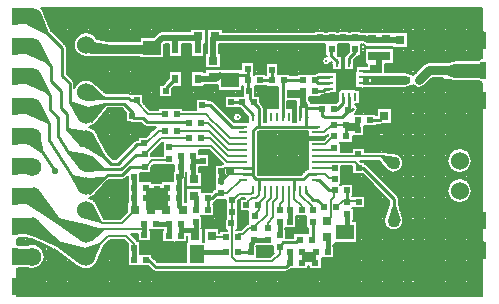
<source format=gtl>
%FSLAX25Y25*%
%MOIN*%
G70*
G01*
G75*
%ADD10C,0.01000*%
%ADD11C,0.02000*%
%ADD12C,0.00800*%
%ADD13R,0.01969X0.02000*%
%ADD14R,0.03000X0.03000*%
%ADD15R,0.02000X0.01969*%
%ADD16R,0.03150X0.00984*%
%ADD17R,0.00984X0.03150*%
%ADD18R,0.00984X0.03150*%
%ADD19R,0.05906X0.05906*%
%ADD20O,0.03150X0.00984*%
%ADD21C,0.00800*%
%ADD22R,0.05906X0.05118*%
%ADD23R,0.02000X0.03150*%
%ADD24R,0.05118X0.05906*%
%ADD25R,0.02756X0.00984*%
%ADD26R,0.00984X0.02756*%
%ADD27R,0.06299X0.06299*%
%ADD28C,0.00700*%
%ADD29C,0.01500*%
%ADD30C,0.02900*%
%ADD31C,0.00600*%
%ADD32C,0.03000*%
%ADD33R,0.00900X0.00700*%
%ADD34R,0.03000X0.02247*%
%ADD35R,0.01600X0.02900*%
%ADD36R,0.07500X0.07700*%
%ADD37R,0.04500X0.03500*%
%ADD38R,0.03900X0.03000*%
%ADD39R,0.07700X0.04600*%
%ADD40R,0.02078X0.02277*%
%ADD41R,0.04100X0.02700*%
%ADD42R,0.04000X0.03000*%
%ADD43R,0.02300X0.04800*%
%ADD44C,0.04724*%
%ADD45C,0.06000*%
%ADD46O,0.09000X0.04500*%
%ADD47C,0.04331*%
%ADD48C,0.01500*%
%ADD49C,0.06200*%
%ADD50R,0.06200X0.06200*%
%ADD51R,0.06000X0.06000*%
%ADD52C,0.02200*%
%ADD53C,0.02400*%
%ADD54C,0.02000*%
%ADD55R,0.08026X0.06000*%
%ADD56R,0.08126X0.05900*%
%ADD57R,0.07700X0.06100*%
%ADD58R,0.05600X0.04400*%
%ADD59R,0.06200X0.05400*%
D10*
X951100Y872700D02*
X951232Y871700D01*
X951618Y870769D01*
X952231Y869969D01*
X952100Y872700D02*
X952177Y871718D01*
X952407Y870760D01*
X952784Y869850D01*
X953299Y869011D01*
X953938Y868262D01*
X952231Y869969D02*
X951431Y870582D01*
X950500Y870968D01*
X949500Y871100D01*
X953938Y868262D02*
X953189Y868901D01*
X952350Y869416D01*
X951440Y869793D01*
X950482Y870023D01*
X949500Y870100D01*
X969984Y843996D02*
X970146Y843183D01*
X970607Y842493D01*
X971063Y842037D02*
X970172Y842630D01*
X969121Y842834D01*
X968072Y842616D01*
X951100Y872700D02*
X951232Y871700D01*
X951618Y870769D01*
X952231Y869969D01*
X952100Y872700D02*
X952177Y871718D01*
X952407Y870760D01*
X952784Y869850D01*
X953299Y869011D01*
X953938Y868262D01*
X952231Y869969D02*
X951431Y870582D01*
X950500Y870968D01*
X949500Y871100D01*
X953938Y868262D02*
X953189Y868901D01*
X952350Y869416D01*
X951440Y869793D01*
X950482Y870023D01*
X949500Y870100D01*
X969984Y843996D02*
X970146Y843183D01*
X970607Y842493D01*
X971063Y842037D02*
X970172Y842630D01*
X969121Y842834D01*
X968072Y842616D01*
X951100Y882700D02*
X951232Y881700D01*
X951618Y880769D01*
X952231Y879969D01*
X952100Y882700D02*
X952177Y881718D01*
X952407Y880760D01*
X952784Y879850D01*
X953299Y879010D01*
X953938Y878261D01*
X952231Y879969D02*
X951431Y880583D01*
X950500Y880968D01*
X949500Y881100D01*
X953938Y878261D02*
X953189Y878901D01*
X952350Y879416D01*
X951440Y879793D01*
X950482Y880023D01*
X949500Y880100D01*
X968984Y851870D02*
X969096Y851024D01*
X969422Y850235D01*
X969942Y849558D01*
X969984Y851870D02*
X970093Y850761D01*
X970417Y849695D01*
X970942Y848712D01*
X971649Y847851D01*
X970294Y849206D02*
X969471Y849838D01*
X968513Y850235D01*
X967484Y850370D01*
X972001Y847499D02*
X971239Y848150D01*
X970384Y848674D01*
X969458Y849057D01*
X968483Y849292D01*
X967484Y849370D01*
X951100Y882700D02*
X951232Y881700D01*
X951618Y880769D01*
X952231Y879969D01*
X952100Y882700D02*
X952177Y881718D01*
X952407Y880760D01*
X952784Y879850D01*
X953299Y879010D01*
X953938Y878261D01*
X952231Y879969D02*
X951431Y880583D01*
X950500Y880968D01*
X949500Y881100D01*
X953938Y878261D02*
X953189Y878901D01*
X952350Y879416D01*
X951440Y879793D01*
X950482Y880023D01*
X949500Y880100D01*
X968984Y851870D02*
X969096Y851024D01*
X969422Y850235D01*
X969942Y849558D01*
X969984Y851870D02*
X970093Y850761D01*
X970417Y849695D01*
X970942Y848712D01*
X971649Y847851D01*
X970294Y849206D02*
X969471Y849838D01*
X968513Y850235D01*
X967484Y850370D01*
X972001Y847499D02*
X971239Y848150D01*
X970384Y848674D01*
X969458Y849057D01*
X968483Y849292D01*
X967484Y849370D01*
X951100Y862700D02*
X951232Y861700D01*
X951618Y860769D01*
X952231Y859969D01*
X952100Y862700D02*
X952177Y861718D01*
X952407Y860760D01*
X952784Y859850D01*
X953299Y859011D01*
X953938Y858261D01*
X952231Y859969D02*
X951431Y860583D01*
X950500Y860968D01*
X949500Y861100D01*
X953938Y858261D02*
X953189Y858901D01*
X952350Y859416D01*
X951440Y859793D01*
X950482Y860023D01*
X949500Y860100D01*
X951100Y862700D02*
X951232Y861700D01*
X951618Y860769D01*
X952231Y859969D01*
X952100Y862700D02*
X952177Y861718D01*
X952407Y860760D01*
X952784Y859850D01*
X953299Y859011D01*
X953938Y858261D01*
X952231Y859969D02*
X951431Y860583D01*
X950500Y860968D01*
X949500Y861100D01*
X953938Y858261D02*
X953189Y858901D01*
X952350Y859416D01*
X951440Y859793D01*
X950482Y860023D01*
X949500Y860100D01*
X967774Y861216D02*
X968802Y861142D01*
X969818Y861320D01*
X970761Y861739D01*
X971573Y862373D01*
X967774Y861216D02*
X968802Y861142D01*
X969818Y861320D01*
X970761Y861739D01*
X971573Y862373D01*
X963908Y862392D02*
X964632Y861817D01*
X965467Y861420D01*
X966371Y861221D01*
X967296Y861232D01*
X970720Y861520D02*
X970175Y860705D01*
X969984Y859744D01*
X962464Y863836D02*
X963255Y863177D01*
X964152Y862673D01*
X965125Y862340D01*
X966143Y862189D01*
X967171Y862224D01*
X963908Y862392D02*
X964632Y861817D01*
X965467Y861420D01*
X966371Y861221D01*
X967296Y861232D01*
X967581Y860235D02*
X968543Y860205D01*
X969464Y860486D01*
X970247Y861047D01*
X970720Y861520D02*
X970175Y860705D01*
X969984Y859744D01*
X967581Y860235D02*
X968543Y860205D01*
X969464Y860486D01*
X970247Y861047D01*
X964984Y859744D02*
X964855Y860726D01*
X964476Y861641D01*
X963873Y862427D01*
X964984Y859744D02*
X964855Y860726D01*
X964476Y861641D01*
X963873Y862427D01*
X952100Y892700D02*
X952164Y891723D01*
X952355Y890763D01*
X952670Y889836D01*
X953103Y888958D01*
X953647Y888144D01*
X954292Y887408D01*
X952100Y892700D02*
X952164Y891723D01*
X952355Y890763D01*
X952670Y889836D01*
X953103Y888958D01*
X953647Y888144D01*
X954292Y887408D01*
X953085Y888615D02*
X952317Y889246D01*
X951440Y889714D01*
X950489Y890003D01*
X949500Y890100D01*
X951100Y892700D02*
X951197Y891711D01*
X951486Y890760D01*
X951954Y889883D01*
X952585Y889115D01*
X951100Y892700D02*
X951197Y891711D01*
X951486Y890760D01*
X951954Y889883D01*
X952585Y889115D01*
X953085Y888615D02*
X952317Y889246D01*
X951440Y889714D01*
X950489Y890003D01*
X949500Y890100D01*
X962464Y863836D02*
X963255Y863177D01*
X964152Y862673D01*
X965125Y862340D01*
X966143Y862189D01*
X967171Y862224D01*
X970582Y866618D02*
X969718Y867191D01*
X968699Y867382D01*
X967686Y867161D01*
X971615Y865585D02*
X970851Y866148D01*
X969954Y866461D01*
X969005Y866494D01*
X968089Y866245D01*
X970582Y866618D02*
X969718Y867191D01*
X968699Y867382D01*
X967686Y867161D01*
X971615Y865585D02*
X970851Y866148D01*
X969954Y866461D01*
X969005Y866494D01*
X968089Y866245D01*
X1059722Y874546D02*
X1065122D01*
X1051159Y867959D02*
X1053200Y870000D01*
X953300Y847300D02*
X957100Y841100D01*
X967300Y838500D02*
X973600Y839000D01*
X982388Y864812D02*
X984347D01*
X984188Y864812D02*
X984347Y864653D01*
X973400Y865600D02*
X979900D01*
X981600D02*
X982388Y864812D01*
X979900Y865600D02*
X981600D01*
X1025100Y834964D02*
Y838300D01*
X1024200Y838400D02*
X1039800D01*
X1041679Y840279D01*
X1044257D01*
X1023200Y839400D02*
Y854727D01*
Y839400D02*
X1024200Y838400D01*
X1019847Y842247D02*
X1023153D01*
X1019847Y840279D02*
X1023021D01*
X1036973Y834964D02*
Y838327D01*
X990700Y809200D02*
X1034000D01*
X1035700Y810900D01*
X988288Y811612D02*
X990700Y809200D01*
X987547Y811612D02*
X988288D01*
X1033200Y817400D02*
X1037600D01*
X1032000Y815700D02*
Y816200D01*
X1037600Y817400D02*
X1038600Y818400D01*
X1032000Y816200D02*
X1033200Y817400D01*
X1042988Y818653D02*
Y824247D01*
X1042647Y818312D02*
X1042988Y818653D01*
X1054347Y831253D02*
Y834912D01*
Y831253D02*
X1054500Y831100D01*
X1018000Y814300D02*
X1021759D01*
X949093Y872259D02*
X954721Y867479D01*
X949941Y873107D02*
X954721Y867479D01*
X948498Y871453D02*
X954721Y867479D01*
X950747Y873702D02*
X954721Y867479D01*
X948014Y870567D02*
X954721Y867479D01*
X951633Y874186D02*
X954721Y867479D01*
X967484Y843996D02*
X973100Y841900D01*
X966968Y842588D02*
X973100Y841900D01*
X968443Y845150D02*
X973100Y841900D01*
X966904Y841564D02*
X973100Y841900D01*
X969295Y845720D02*
X973100Y841900D01*
X961600Y847500D02*
X967484Y843996D01*
X961600Y847500D02*
X967323Y845487D01*
X961600Y847500D02*
X967271Y842511D01*
X961600Y847500D02*
X967500Y846500D01*
X961600Y847500D02*
X965800Y842100D01*
X973100Y841900D02*
X979137Y841800D01*
X969104Y843996D02*
X973100Y841900D01*
X967484Y843996D02*
X969104D01*
X984037Y846700D02*
X987100D01*
X986936D02*
X987047Y846812D01*
X979137Y841800D02*
X984037Y846700D01*
X955600Y861800D02*
X958000Y858900D01*
X955600Y861800D02*
Y866600D01*
X958000Y852800D02*
Y858900D01*
X949500Y872700D02*
X955600Y866600D01*
X958000Y852800D02*
X961600Y847500D01*
X967400Y844100D01*
X949093Y882259D02*
X954721Y877479D01*
X949941Y883107D02*
X954721Y877479D01*
X948498Y881453D02*
X954721Y877479D01*
X950747Y883702D02*
X954721Y877479D01*
X948014Y880567D02*
X954721Y877479D01*
X951633Y884186D02*
X954721Y877479D01*
X961000Y855200D02*
X967484Y851870D01*
X961000Y855200D02*
X967183Y853340D01*
X961000Y855200D02*
X967234Y850391D01*
X961000Y855200D02*
X967500Y854300D01*
X961000Y855200D02*
X965900Y849900D01*
X967484Y851870D02*
X973600Y845900D01*
X966556Y850691D02*
X973600Y845900D01*
X968636Y852831D02*
X973600Y845900D01*
X967600Y849500D02*
X973600Y845900D01*
X969500Y853200D02*
X973600Y845900D01*
X984637Y850100D02*
X986900D01*
X967500Y852000D02*
X975800Y843700D01*
X967500Y851800D02*
X967600Y851900D01*
X978237Y843700D02*
X984637Y850100D01*
X975800Y843700D02*
X978237D01*
X959100Y862200D02*
Y868000D01*
Y862200D02*
X961000Y860300D01*
X955900Y871200D02*
X959100Y868000D01*
X961000Y855200D02*
Y860300D01*
X955900Y871200D02*
Y876300D01*
X949500Y882700D02*
X955900Y876300D01*
X961000Y855200D02*
X967500Y851800D01*
X967484Y820374D02*
X972900Y821700D01*
X968236Y819076D02*
X972900Y821700D01*
X967291Y821861D02*
X972900Y821700D01*
X969018Y818400D02*
X972900Y821700D01*
X967501Y822874D02*
X972900Y821700D01*
X967500Y820200D02*
X967674Y820374D01*
X969874D02*
X972900Y821700D01*
X967484Y812500D02*
X967800D01*
X967600Y812300D02*
Y812600D01*
X983500Y815712D02*
X983547D01*
X1048588Y834912D02*
X1050347D01*
X1045190Y838310D02*
X1048588Y834912D01*
X1044257Y838310D02*
X1045190D01*
X1059947Y842153D02*
X1070100Y832000D01*
Y824700D02*
Y832000D01*
X1058512Y842153D02*
X1059947D01*
X1044500Y831700D02*
X1047000Y829200D01*
X1043300Y831700D02*
X1044500D01*
X1040910Y834090D02*
X1043300Y831700D01*
X1040910Y834090D02*
Y834964D01*
X949093Y862259D02*
X954721Y857479D01*
X949941Y863107D02*
X954721Y857479D01*
X948498Y861453D02*
X954721Y857479D01*
X950747Y863702D02*
X954721Y857479D01*
X948014Y860567D02*
X954721Y857479D01*
X951633Y864186D02*
X954721Y857479D01*
X962900Y839600D02*
X967484Y836122D01*
X962900Y839600D02*
X967291Y837610D01*
X962900Y839600D02*
X967302Y834633D01*
X962900Y839600D02*
X967600Y838500D01*
X962900Y839600D02*
X965500Y834600D01*
X967484Y836122D02*
X973600Y839000D01*
X967778Y834651D02*
X973600Y839000D01*
X967796Y837589D02*
X973600Y839000D01*
X968600Y833900D02*
X973600Y839000D01*
X968339Y838471D02*
X973600Y839000D01*
X974900Y839800D02*
X979400D01*
X962900Y839600D02*
X967300Y838500D01*
X973600Y839000D02*
X974900Y839800D01*
X982200Y842600D02*
X987200D01*
X979400Y839800D02*
X982200Y842600D01*
X955100Y851500D02*
X962900Y839600D01*
X955100Y851500D02*
Y857200D01*
X949500Y862700D02*
X955100Y857200D01*
X1008000Y832200D02*
X1009500D01*
X1008047Y832147D02*
X1008100Y832200D01*
X1008047Y828212D02*
Y832147D01*
X1010900Y833600D02*
X1012700D01*
X1009500Y832200D02*
X1010900Y833600D01*
X973900Y863700D02*
X980000D01*
X983000Y860700D01*
X966412Y862002D02*
X973900Y863700D01*
X966741Y861047D02*
X973900Y863700D01*
X968944Y859744D02*
X973900Y863700D01*
X983400Y858953D02*
X986447D01*
X987900Y857500D01*
X983000Y858800D02*
Y860700D01*
X1002000Y857200D02*
X1002100Y857100D01*
X987900Y857500D02*
X1002200D01*
X968499Y858639D02*
X973900Y863700D01*
X969309Y858035D02*
X973900Y863700D01*
X967484Y859744D02*
X973900Y863700D01*
X967484Y859744D02*
X968944D01*
X951706Y894076D02*
X954404Y887296D01*
X950796Y893639D02*
X954404Y887296D01*
X949961Y893085D02*
X954404Y887296D01*
X949500Y892700D02*
X954404Y887296D01*
X949500Y892200D02*
Y892900D01*
X962143Y864157D02*
X968703Y861927D01*
X962000Y864300D02*
X966556Y859744D01*
X962143Y864157D02*
X968309Y860997D01*
X962143Y864157D02*
X967484Y859744D01*
X962143Y864157D02*
X966409Y858698D01*
X962143Y864157D02*
X965570Y858136D01*
X949073Y892279D02*
X954404Y887296D01*
X949500Y892200D02*
X959600Y882100D01*
X948440Y891501D02*
X954404Y887296D01*
X947917Y890638D02*
X954404Y887296D01*
X959600Y872900D02*
Y882100D01*
X962000Y864300D02*
Y870500D01*
X959600Y872900D02*
X962000Y870500D01*
X967484Y867618D02*
X973400Y865600D01*
X967053Y866181D02*
X973400Y865600D01*
X968356Y868839D02*
X973400Y865600D01*
X967037Y865158D02*
X973400Y865600D01*
X969155Y869478D02*
X973400Y865600D01*
X965518Y867618D02*
X969582D01*
X973400Y865600D01*
X950600Y852700D02*
X951800Y853100D01*
X1054100Y852800D02*
X1054247Y852947D01*
Y856712D01*
X1058047Y854912D02*
Y858212D01*
X1062047D02*
X1065312D01*
X1066900Y859800D01*
X1068362Y825000D02*
X1070100Y829867D01*
X1071649Y824936D01*
X1069337Y824756D02*
X1070100Y829867D01*
X1070665Y824730D01*
X1070000Y824700D02*
X1070100Y829867D01*
X1055096Y877203D02*
Y878796D01*
X1057088Y880788D01*
Y881747D01*
X1059722Y870609D02*
X1063791D01*
X1051159Y877203D02*
Y877841D01*
X1049300Y879700D02*
X1051159Y877841D01*
X1049300Y879700D02*
Y881800D01*
X1048502Y874546D02*
X1050854D01*
X1051800Y873600D01*
X1051159Y865983D02*
Y867959D01*
X1057576Y868640D02*
X1059722D01*
X1056400Y869816D02*
X1057576Y868640D01*
X1057065Y874591D02*
Y877203D01*
X1056174Y873700D02*
X1057065Y874591D01*
X1033036Y859373D02*
Y871436D01*
X1044373Y856027D02*
X1044500Y855900D01*
X1024500Y856027D02*
X1044373D01*
X1044977Y872577D02*
X1048502D01*
X1043900Y871500D02*
X1044977Y872577D01*
X1044750Y870609D02*
X1048502D01*
X1043847Y871512D02*
X1044750Y870609D01*
X1047140Y868640D02*
X1048502D01*
X1043853Y867988D02*
X1046488D01*
X1047140Y868640D01*
X1032712Y871512D02*
X1039847D01*
X1027131Y859373D02*
Y866828D01*
X1026147Y867812D02*
X1027131Y866828D01*
X1022147Y865212D02*
X1023147Y864212D01*
X1022147Y865212D02*
Y867812D01*
X1023147Y864212D02*
X1025162Y862197D01*
Y856189D02*
Y862197D01*
X1019200Y864100D02*
Y864241D01*
X1021388Y868112D02*
X1022000Y867500D01*
X1011900Y873200D02*
X1021388D01*
Y868112D02*
Y875347D01*
X1029453Y871388D02*
Y874988D01*
X1029229Y871612D02*
X1029453Y871388D01*
X1025447Y871612D02*
X1029229D01*
X1038942Y859373D02*
Y862850D01*
X1059722Y872577D02*
X1063623D01*
X994100Y868858D02*
X997226Y871984D01*
X994100Y868300D02*
Y868858D01*
X1023200Y854727D02*
X1024500Y856027D01*
X1006153Y863188D02*
X1008912D01*
X1016073Y856027D01*
X1019847D01*
X1055821Y861384D02*
X1056437Y862000D01*
X1055096Y861496D02*
Y865983D01*
X1040910Y859373D02*
X1041083Y859200D01*
X1046100Y859700D02*
Y861716D01*
X1039853Y864608D02*
X1040910Y863550D01*
X1046100Y861716D02*
X1046274D01*
X1053128Y863828D02*
Y865983D01*
X1051200Y861900D02*
X1053128Y863828D01*
X1051016Y861716D02*
X1051200Y861900D01*
X1050274Y861716D02*
X1051016D01*
X1052800Y859200D02*
X1054900Y861300D01*
Y861600D01*
X1015753Y864204D02*
X1018996D01*
X1023194Y860006D01*
X1045690Y862300D02*
X1046274Y861716D01*
X1040910Y862300D02*
X1045690D01*
X1040910Y856090D02*
Y863550D01*
X1047100Y859200D02*
X1052800D01*
X1046274Y860026D02*
X1047100Y859200D01*
X1046274Y860026D02*
Y861716D01*
D11*
X964483Y821617D02*
X965362Y820943D01*
X966386Y820519D01*
X967484Y820374D01*
X964483Y821617D02*
X965362Y820943D01*
X966386Y820519D01*
X967484Y820374D01*
X963243Y814257D02*
X963959Y813645D01*
X964761Y813154D01*
X965631Y812794D01*
X966546Y812574D01*
X967484Y812500D01*
X963243Y814257D02*
X963959Y813645D01*
X964761Y813154D01*
X965631Y812794D01*
X966546Y812574D01*
X967484Y812500D01*
X1065200Y874800D02*
Y879628D01*
X950065Y830678D02*
X951100Y834100D01*
X950065Y834723D02*
X951100Y834100D01*
X949500Y832700D02*
X951100Y834100D01*
X950065Y830678D02*
X951100Y834100D01*
X950065Y834723D02*
X951100Y834100D01*
X949500Y832700D02*
X958300Y824700D01*
X948638Y830785D02*
X958300Y824700D01*
X950723Y834408D02*
X958300Y824700D01*
X967484Y820374D01*
X958300Y824700D02*
X968556Y822063D01*
X958300Y824700D02*
X966104Y818926D01*
X949500Y832700D02*
X951100Y834100D01*
X949916Y820642D02*
X958200Y816900D01*
X949916Y824758D02*
X958200Y816900D01*
X958000D02*
X967484Y812500D01*
X958000Y816900D02*
X968476Y814237D01*
X958000Y816900D02*
X966178Y810986D01*
X958200Y816900D02*
X965000Y812500D01*
X949500Y822700D02*
X958200Y816900D01*
X989500Y882380D02*
X992820Y885700D01*
X997226Y881984D02*
Y885674D01*
X1004726Y881984D02*
Y885574D01*
Y871984D02*
X1010884D01*
X1012100Y873200D01*
X1063000Y880000D02*
X1067390D01*
X1060500Y885600D02*
X1061177Y884923D01*
X1010700Y885700D02*
X1010800Y885600D01*
X1009800Y878216D02*
Y885700D01*
X1010800Y885600D02*
X1060500D01*
X1061177Y884923D02*
X1072267D01*
X992820Y885700D02*
X1004900D01*
D12*
X967484Y814300D02*
X968481Y814398D01*
X969439Y814689D01*
X970322Y815161D01*
X971096Y815796D01*
X967484Y815100D02*
X968403Y815160D01*
X969306Y815340D01*
X970178Y815636D01*
X971004Y816043D01*
X971770Y816555D01*
X972462Y817162D01*
X970334Y815034D02*
X969764Y814292D01*
X969406Y813427D01*
X969284Y812500D01*
X971700Y816399D02*
X971014Y815564D01*
X970504Y814610D01*
X970190Y813576D01*
X970084Y812500D01*
X967484Y814300D02*
X968481Y814398D01*
X969439Y814689D01*
X970322Y815161D01*
X971096Y815796D01*
X967484Y815100D02*
X968403Y815160D01*
X969306Y815340D01*
X970178Y815636D01*
X971004Y816043D01*
X971770Y816555D01*
X972462Y817162D01*
X970334Y815034D02*
X969764Y814292D01*
X969406Y813427D01*
X969284Y812500D01*
X971700Y816399D02*
X971014Y815564D01*
X970504Y814610D01*
X970190Y813576D01*
X970084Y812500D01*
Y828248D02*
X970227Y827166D01*
X970644Y826157D01*
X971309Y825291D01*
X970587Y826013D02*
X969685Y826700D01*
X968633Y827122D01*
X967507Y827248D01*
X971910Y824690D02*
X971171Y825318D01*
X970341Y825819D01*
X969440Y826180D01*
X968493Y826392D01*
X967525Y826449D01*
X970084Y828248D02*
X970227Y827166D01*
X970644Y826157D01*
X971309Y825291D01*
X970587Y826013D02*
X969685Y826700D01*
X968633Y827122D01*
X967507Y827248D01*
X971910Y824690D02*
X971171Y825318D01*
X970341Y825819D01*
X969440Y826180D01*
X968493Y826392D01*
X967525Y826449D01*
X1099500Y878766D02*
X1098307Y878100D01*
X1060809Y887677D02*
X1060500Y887700D01*
X1060809Y887677D02*
X1060500Y887700D01*
X1059689Y883442D02*
X1060333Y883000D01*
X1059692Y883438D02*
X1060333Y883000D01*
X1089734Y878024D02*
X1088297Y877700D01*
X1081800Y877450D02*
X1080661Y877182D01*
X1079762Y876433D01*
X1088663Y871500D02*
X1089734Y871324D01*
X1075329Y873612D02*
X1074648Y873938D01*
X1073900Y874050D01*
X1098337Y871300D02*
X1099500Y870665D01*
X1079894Y869412D02*
X1080250Y869709D01*
X1077001Y869412D02*
X1077938Y869013D01*
X1078957D01*
X1079894Y869412D01*
X1076532Y869829D02*
X1077001Y869412D01*
X1073900Y868950D02*
X1074667Y869068D01*
X1075364Y869412D01*
X1063356Y869009D02*
X1063900Y868950D01*
X1057568Y860869D02*
X1058037Y862000D01*
X1057747Y862919D01*
X1056981Y863505D01*
X1053966Y879929D02*
X1053763Y879681D01*
X1053965Y879927D02*
X1053763Y879681D01*
X1053504Y878955D01*
X1053763Y879681D02*
X1053504Y878955D01*
X1047700Y879663D02*
X1047731Y879388D01*
X1046789Y879144D01*
X1046195Y878374D01*
X1046198Y877401D01*
X1046797Y876635D01*
X1047740Y876397D01*
X1048631Y876788D01*
X1049095Y877642D01*
X1047700Y879663D02*
X1047731Y879388D01*
X1044977Y874177D02*
X1043846Y873709D01*
X1044977Y874177D02*
X1043844Y873707D01*
X1046488Y866388D02*
X1047620Y866857D01*
X1046488Y866388D02*
X1047621Y866858D01*
X1046202Y863816D02*
X1045690Y863900D01*
X1046202Y863816D02*
X1045690Y863900D01*
X1042472D02*
X1042042Y864681D01*
X1042472Y863900D02*
X1042040Y864683D01*
X1037400Y863278D02*
X1037342Y862850D01*
X1026762Y862197D02*
X1026292Y863330D01*
X1026762Y862197D02*
X1026294Y863328D01*
X1096084Y844674D02*
X1095965Y845655D01*
X1095615Y846579D01*
X1095053Y847393D01*
X1094313Y848048D01*
X1093438Y848508D01*
X1092478Y848744D01*
X1091490D01*
X1090530Y848508D01*
X1089655Y848048D01*
X1088915Y847393D01*
X1088354Y846579D01*
X1088003Y845655D01*
X1087884Y844674D01*
X1088003Y843693D01*
X1088354Y842769D01*
X1088915Y841955D01*
X1089655Y841300D01*
X1090530Y840840D01*
X1091490Y840604D01*
X1092478D01*
X1093438Y840840D01*
X1094313Y841300D01*
X1095053Y841955D01*
X1095615Y842769D01*
X1095965Y843693D01*
X1096084Y844674D01*
X1065312Y856612D02*
X1066338Y856984D01*
X1065312Y856612D02*
X1066338Y856984D01*
X1073265Y843913D02*
X1073105Y844922D01*
X1072641Y845832D01*
X1071919Y846555D01*
X1071008Y847019D01*
X1071003Y847020D02*
X1069971Y847178D01*
X1067241Y842166D02*
X1067936Y841382D01*
X1068843Y840859D01*
X1069870Y840650D01*
X1070909Y840776D01*
X1071856Y841226D01*
X1072611Y841951D01*
X1073097Y842879D01*
X1073265Y843913D01*
X1061080Y843283D02*
X1060412Y843684D01*
X1061079Y843284D02*
X1060412Y843684D01*
X1096084Y834674D02*
X1095965Y835655D01*
X1095615Y836579D01*
X1095053Y837393D01*
X1094313Y838048D01*
X1093438Y838508D01*
X1092478Y838744D01*
X1091490D01*
X1090530Y838508D01*
X1089655Y838048D01*
X1088915Y837393D01*
X1088354Y836579D01*
X1088003Y835655D01*
X1087884Y834674D01*
X1088003Y833693D01*
X1088354Y832769D01*
X1088915Y831955D01*
X1089655Y831300D01*
X1090530Y830840D01*
X1091490Y830604D01*
X1092478D01*
X1093438Y830840D01*
X1094313Y831300D01*
X1095053Y831955D01*
X1095615Y832769D01*
X1095965Y833693D01*
X1096084Y834674D01*
X1071700Y832000D02*
X1071230Y833133D01*
X1071700Y832000D02*
X1071231Y833131D01*
X1073265Y824700D02*
X1072982Y826031D01*
X1067072Y826145D02*
X1066789Y825294D01*
X1066787Y825283D02*
X1066759Y824302D01*
X1067024Y823356D01*
X1067558Y822532D01*
X1068314Y821904D01*
X1069221Y821529D01*
X1070200Y821441D01*
X1071160Y821647D01*
X1072015Y822130D01*
X1072688Y822846D01*
X1073118Y823729D01*
X1073265Y824700D01*
X1059191Y848932D02*
X1057809D01*
X1046931Y852583D02*
X1047719Y852998D01*
X1046931Y852583D02*
X1047718Y852997D01*
X1046658Y852558D02*
X1046931Y852583D01*
X1046658Y852558D02*
X1046931Y852583D01*
X1041582Y841876D02*
X1040547Y841410D01*
X1041582Y841876D02*
X1040546Y841409D01*
X1034000Y807600D02*
X1035133Y808070D01*
X1034000Y807600D02*
X1035131Y808069D01*
X1007803Y886350D02*
X1007700Y885700D01*
X1011447Y875196D02*
X1011212Y875103D01*
X1010884Y869884D02*
X1011165Y869903D01*
X1010884Y869884D02*
X1011165Y869903D01*
X1019500Y859200D02*
X1019149Y860164D01*
X1018260Y860677D01*
X1017250Y860499D01*
X1016590Y859713D01*
Y858687D01*
X1017250Y857901D01*
X1018260Y857723D01*
X1019149Y858236D01*
X1019500Y859200D01*
X1021602Y857470D02*
X1020930Y857619D01*
X1010043Y864320D02*
X1008912Y864788D01*
X1010045Y864318D02*
X1008912Y864788D01*
X992820Y887800D02*
X992016Y887640D01*
X991335Y887185D01*
X992820Y887800D02*
X992014Y887639D01*
X991331Y887181D01*
X953062Y894926D02*
X952538Y895600D01*
X953582Y893690D02*
X953065Y894921D01*
X971090Y885318D02*
X970512Y886131D01*
X969754Y886780D01*
X968863Y887228D01*
X967889Y887446D01*
X966892Y887423D01*
X965930Y887160D01*
X965060Y886672D01*
X964333Y885989D01*
X963793Y885150D01*
X963471Y884206D01*
X963387Y883212D01*
X963546Y882227D01*
X963937Y881310D01*
X964539Y880514D01*
X965314Y879887D01*
X966219Y879466D01*
X967198Y879276D01*
X968194Y879328D01*
Y879328D02*
X969000Y879200D01*
X961200Y882100D02*
X960730Y883233D01*
X961200Y882100D02*
X960731Y883231D01*
X982733Y866730D02*
X982516Y866912D01*
X982731Y866731D02*
X982516Y866912D01*
X990800Y855900D02*
X990639Y855761D01*
X990800Y855900D02*
X990640Y855761D01*
X986767Y856370D02*
X987900Y855900D01*
X982113Y857469D02*
X982882Y857204D01*
X983682Y857353D01*
X986769Y856369D02*
X987900Y855900D01*
X984637Y851700D02*
X983506Y851231D01*
X984637Y851700D02*
X983504Y851230D01*
X982516Y866912D02*
X981600Y867200D01*
X982516Y866912D02*
X981600Y867200D01*
X968194Y879328D02*
X969000Y879200D01*
X963600Y870500D02*
X963130Y871633D01*
X970268Y870628D02*
X969441Y871221D01*
X968493Y871592D01*
X967483Y871718D01*
X966473Y871591D01*
X965525Y871220D01*
X964698Y870626D01*
X964043Y869847D01*
X963600Y868931D01*
Y870500D02*
X963131Y871631D01*
X970480Y856945D02*
X970808Y857344D01*
X968629Y855807D02*
X969628Y856249D01*
X970475Y856939D01*
X971401Y853083D02*
X970985Y854004D01*
X970358Y854795D01*
X969556Y855408D01*
X968629Y855807D01*
X1013025Y843653D02*
X1012487Y843308D01*
X1013025Y843653D02*
X1012487Y843309D01*
X1010388Y835116D02*
X1009769Y834731D01*
X1010388Y835116D02*
X1009767Y834730D01*
X1010088Y830712D02*
X1010633Y831070D01*
X1010088Y830712D02*
X1010631Y831069D01*
X1000537Y838670D02*
X1000850Y839700D01*
X1000537Y838670D02*
X1000850Y839700D01*
X1021412Y823552D02*
X1020892Y823213D01*
X1021412Y823552D02*
X1020893Y823214D01*
X1018047Y821612D02*
X1017450Y821488D01*
X989500Y846250D02*
X989132Y846202D01*
X989500Y846250D02*
X989132Y846202D01*
X979400Y838200D02*
X980531Y838669D01*
X979400Y838200D02*
X980533Y838670D01*
X968629Y832185D02*
X969604Y832613D01*
X970437Y833277D01*
X971070Y834134D01*
X970682Y830814D02*
X970096Y831408D01*
X969402Y831872D01*
X968629Y832185D01*
X971395Y829478D02*
X971102Y830178D01*
X970685Y830811D01*
X947484Y819016D02*
X948486Y818624D01*
X949555Y818500D01*
X944500Y818677D02*
X945270Y819016D01*
X984761Y817812D02*
X984561Y818061D01*
X984761Y817812D02*
X984561Y818060D01*
X989569Y808069D02*
X990700Y807600D01*
X989567Y808070D02*
X990700Y807600D01*
X970823Y810120D02*
X971445Y811440D01*
X964887Y809327D02*
X965693Y808812D01*
X966595Y808498D01*
X967547Y808401D01*
X968495Y808526D01*
X969387Y808869D01*
X970177Y809408D01*
X970820Y810116D01*
X953700Y812700D02*
X953591Y813651D01*
X953269Y814553D01*
X952752Y815358D01*
X952065Y816025D01*
X951246Y816520D01*
X950336Y816816D01*
X949382Y816898D01*
X948434Y816763D01*
X947542Y816416D01*
X947902Y808816D02*
X948893Y808544D01*
X949920Y808521D01*
X950921Y808748D01*
X951838Y809211D01*
X952615Y809882D01*
X953205Y810723D01*
X953574Y811681D01*
X953700Y812700D01*
X945270Y816416D02*
X944500Y816755D01*
Y808677D02*
X944912Y808816D01*
X1046100Y876921D02*
X1046794Y876291D01*
X1047711Y876095D01*
X1048602Y876387D01*
X1049226Y877087D01*
X1046488Y866088D02*
X1047832Y866645D01*
X1046488Y866088D02*
X1047834Y866648D01*
X949200Y852100D02*
X953300Y847300D01*
X951800Y853100D02*
X953300Y847300D01*
X950500Y853500D02*
X953300Y847300D01*
X950200Y852200D02*
X953300Y847300D01*
X951800Y853100D02*
X953300Y847300D01*
X948000Y851800D02*
X953300Y847300D01*
X947400Y851000D02*
X953300Y847300D01*
X950955Y850426D02*
X953300Y847300D01*
X1046658Y854058D02*
X1049312Y856712D01*
X1044257Y854058D02*
X1046658D01*
X1016112Y827453D02*
Y831288D01*
X1016100Y831300D02*
X1016112Y831288D01*
X1016100Y831300D02*
X1018412Y833612D01*
X1022612D01*
X1023194Y834194D01*
Y834964D01*
X984347Y864653D02*
Y864812D01*
Y864053D02*
X988212Y860188D01*
X993653D01*
X1009500Y858000D02*
X1011047Y856453D01*
X1007312Y860188D02*
X1009500Y858000D01*
X997653Y860188D02*
X1007312D01*
X1027131Y832531D02*
Y834964D01*
X1025247Y828147D02*
Y830647D01*
X1027131Y832531D01*
X1023600Y826500D02*
X1025247Y828147D01*
X1024112Y832212D02*
X1025162Y833262D01*
X1021247Y830212D02*
Y830747D01*
X1022712Y832212D01*
X1024112D01*
X1025162Y833262D02*
Y834964D01*
X1009450Y819200D02*
X1013900D01*
X1044257Y848153D02*
X1049353D01*
X1050200Y849000D01*
X1027000Y835200D02*
X1027100Y835300D01*
X1035005Y828695D02*
X1035500Y828200D01*
X1035005Y828695D02*
Y834964D01*
X1011047Y856453D02*
X1015410Y852090D01*
X1019847D01*
X1036973Y831927D02*
Y835100D01*
X1039400Y828100D02*
Y829500D01*
X1036973Y831927D02*
X1039400Y829500D01*
X1047121Y840279D02*
X1048600Y838800D01*
X1050400D01*
X1044257Y840279D02*
X1047121D01*
X1012500Y837700D02*
X1015079Y840279D01*
X1019847D01*
X1012500Y841200D02*
X1013547Y842247D01*
X1019847D01*
X1025162Y859373D02*
Y861338D01*
X1032000Y813700D02*
Y815900D01*
X1029400Y811100D02*
X1032000Y813700D01*
X1017400Y811100D02*
X1029400D01*
X1016000Y812500D02*
X1017400Y811100D01*
X1038942Y833158D02*
Y834964D01*
X1043000Y828200D02*
Y829100D01*
X1038942Y833158D02*
X1043000Y829100D01*
X1053081Y831317D02*
X1054417D01*
X1054417Y831317D02*
X1054600Y831500D01*
X1054347Y831386D02*
X1054417Y831317D01*
X1054300Y831434D02*
X1054347Y831386D01*
X1050953Y829188D02*
X1053081Y831317D01*
X1058483D02*
X1058700Y831100D01*
X1054417Y831317D02*
X1058483D01*
X986700Y850300D02*
X987300D01*
X991700Y854700D01*
X993500D01*
X1032000Y828200D02*
Y830200D01*
X1033036Y831236D01*
Y834964D01*
X967484Y820374D02*
X971300Y821800D01*
X967947Y819487D02*
X971300Y821800D01*
X967252Y821347D02*
X971300Y821800D01*
X968471Y818869D02*
X971300Y821800D01*
X967242Y822158D02*
X971300Y821800D01*
X969124Y818356D02*
X971300Y821800D01*
X967399Y822973D02*
X971300Y821800D01*
X967484Y820374D02*
X969874D01*
X971300Y821800D02*
X986947D01*
X969874Y820374D02*
X971300Y821800D01*
X967484Y812500D02*
X972277Y816977D01*
X968221Y811823D02*
X972277Y816977D01*
X966859Y813281D02*
X972277Y816977D01*
X968882Y811366D02*
X972277Y816977D01*
X966448Y813972D02*
X972277Y816977D01*
X969600Y810989D02*
X972277Y816977D01*
X966121Y814714D02*
X972277Y816977D01*
X974900Y819600D02*
X980900D01*
X983500Y815500D02*
Y817000D01*
X967800Y812500D02*
X974900Y819600D01*
X967600Y812500D02*
X967800D01*
X980900Y819600D02*
X983500Y817000D01*
X967484Y828248D02*
X972378Y824222D01*
X966912Y827428D02*
X972378Y824222D01*
X968178Y828968D02*
X972378Y824222D01*
X966550Y826710D02*
X972378Y824222D01*
X968814Y829462D02*
X972378Y824222D01*
X966279Y825944D02*
X972378Y824222D01*
X969513Y829874D02*
X972378Y824222D01*
X972800Y823800D02*
X979500D01*
X983800Y828100D01*
X968352Y828248D02*
X972800Y823800D01*
X967484Y828248D02*
X968352D01*
X1050300Y832700D02*
Y835200D01*
X1047700Y824550D02*
X1049000Y825850D01*
Y831400D02*
X1050300Y832700D01*
X1058500Y842165D02*
Y842900D01*
X1044257Y844216D02*
X1057184D01*
X1058500Y842165D02*
X1058512Y842153D01*
X1057184Y844216D02*
X1058500Y842900D01*
X1044257Y846184D02*
X1065800Y846200D01*
X1058500Y846184D02*
Y847600D01*
X1065800Y846200D02*
X1070000Y843913D01*
X995500Y849700D02*
X1009100Y849700D01*
X1014600Y844200D01*
X1019847Y844216D01*
X995100Y849300D02*
X995500Y849700D01*
X1015079Y850121D02*
X1019847D01*
X1008000Y857200D02*
X1015079Y850121D01*
X1006000Y857200D02*
X1008000D01*
X1027700Y830900D02*
X1029099Y832299D01*
X1027700Y826500D02*
Y830900D01*
X1023600Y822400D02*
X1027700Y826500D01*
X1029099Y832299D02*
Y834964D01*
X1019912Y820112D02*
X1021953Y822153D01*
X1023512D01*
X1018047Y820112D02*
X1019912D01*
X1023500Y822200D02*
Y822300D01*
X1014800Y846200D02*
X1019847Y846184D01*
X1008800Y852200D02*
X1014800Y846200D01*
X1006000Y852200D02*
X1008800Y852200D01*
X1029900Y830900D02*
X1031068Y832068D01*
X1029900Y825800D02*
Y830900D01*
X1031068Y832068D02*
Y834964D01*
X1028000Y823900D02*
X1029900Y825800D01*
X1028000Y822200D02*
Y823900D01*
X997500Y854700D02*
X1008400D01*
X1014947Y848153D01*
X1019847D01*
X1012300Y833800D02*
X1014500D01*
X1019010Y838310D01*
X1019847D01*
X1044257Y850121D02*
X1047221D01*
X1049488Y852388D02*
X1050253D01*
X1047221Y850121D02*
X1049488Y852388D01*
X1044257Y842247D02*
X1050347D01*
X1050400Y842300D01*
X1049312Y856712D02*
X1058047D01*
X1065800Y846200D02*
X1068884Y842545D01*
X1065800Y846200D02*
X1070544Y845592D01*
X1065800Y846200D02*
X1069455Y843116D01*
X1065800Y846200D02*
X1070374Y844803D01*
X1065800Y846200D02*
X1070000Y843913D01*
X1023194Y859373D02*
Y860006D01*
X1099500Y878766D02*
Y895600D01*
X1074867Y887316D02*
X1099500D01*
X1098874Y878536D02*
Y895600D01*
X1098174Y878100D02*
Y895600D01*
X1097474Y878100D02*
Y895600D01*
X1074867Y886616D02*
X1099500D01*
X1074867Y885916D02*
X1099500D01*
X1074867Y885216D02*
X1099500D01*
X1074867Y884516D02*
X1099500D01*
X1074867Y883816D02*
X1099500D01*
X1074867Y883116D02*
X1099500D01*
X1074867Y882416D02*
X1099500D01*
X1070233Y881716D02*
X1099500D01*
X1070233Y881016D02*
X1099500D01*
X1070233Y880316D02*
X1099500D01*
X1070233Y879616D02*
X1099500D01*
X1070233Y878916D02*
X1099500D01*
X1096774Y878100D02*
Y895600D01*
X1096074Y878100D02*
Y895600D01*
X1074374Y887523D02*
Y895600D01*
X1095374Y878100D02*
Y895600D01*
X1094674Y878100D02*
Y895600D01*
X1073674Y887523D02*
Y895600D01*
X1072974Y887523D02*
Y895600D01*
X1072274Y887523D02*
Y895600D01*
X1071574Y887523D02*
Y895600D01*
X1070874Y887523D02*
Y895600D01*
X1070233Y887523D02*
X1074867D01*
X1070174Y887677D02*
Y895600D01*
X1074867Y882323D02*
Y887523D01*
X1069667Y882323D02*
X1074867D01*
X1069474Y887677D02*
Y895600D01*
X1068774Y887677D02*
Y895600D01*
X1069474Y882177D02*
Y882477D01*
X1068774Y882177D02*
Y882477D01*
X1093974Y878100D02*
Y895600D01*
X1093274Y878100D02*
Y895600D01*
X1092574Y878100D02*
Y895600D01*
X1091874Y878100D02*
Y895600D01*
X1091174Y878100D02*
Y895600D01*
X1090474Y878100D02*
Y895600D01*
X1089774Y878024D02*
Y895600D01*
X1089074Y877958D02*
Y895600D01*
X1088374Y877735D02*
Y895600D01*
X1087674Y877700D02*
Y895600D01*
X1086974Y877700D02*
Y895600D01*
X1086274Y877450D02*
Y895600D01*
X1085574Y877450D02*
Y895600D01*
X1084874Y877450D02*
Y895600D01*
X1070233Y878216D02*
X1098425D01*
X1084174Y877450D02*
Y895600D01*
X1083474Y877450D02*
Y895600D01*
X1082774Y877450D02*
Y895600D01*
X1082074Y877450D02*
Y895600D01*
X1081374Y877414D02*
Y895600D01*
X1080674Y877188D02*
Y895600D01*
X1079974Y876680D02*
Y895600D01*
X1079274Y875945D02*
Y895600D01*
X1078574Y875245D02*
Y895600D01*
X1077874Y874545D02*
Y895600D01*
X1077174Y873845D02*
Y895600D01*
X1075774Y873612D02*
Y895600D01*
X1074374Y874006D02*
Y882323D01*
X1073674Y874050D02*
Y882323D01*
X1075074Y873764D02*
Y895600D01*
X1072974Y874050D02*
Y882323D01*
X1072274Y874050D02*
Y882323D01*
X1070233Y876977D02*
Y882177D01*
X1071574Y874050D02*
Y882323D01*
X1070874Y874050D02*
Y882323D01*
X1068074Y887677D02*
Y895600D01*
X1067374Y887677D02*
Y895600D01*
X1066674Y887677D02*
Y895600D01*
X1065974Y887677D02*
Y895600D01*
X1065274Y887677D02*
Y895600D01*
X1064574Y887677D02*
Y895600D01*
X1063874Y887677D02*
Y895600D01*
X1063174Y887677D02*
Y895600D01*
X1062474Y887677D02*
Y895600D01*
X1065533Y887677D02*
X1070233D01*
X1065033D02*
X1065533D01*
X1065033D02*
X1065533D01*
X1061774D02*
Y895600D01*
X1061074Y887677D02*
Y895600D01*
X1060809Y887677D02*
X1065033D01*
X1059188Y887700D02*
X1060500D01*
X1058974Y887831D02*
Y895600D01*
X1058274Y887831D02*
Y895600D01*
X1057574Y887831D02*
Y895600D01*
X1060374Y887700D02*
Y895600D01*
X1059674Y887700D02*
Y895600D01*
X1056874Y887831D02*
Y895600D01*
X1056174Y887831D02*
Y895600D01*
X1055312Y887831D02*
X1059188D01*
X1055474D02*
Y895600D01*
X1059188Y883500D02*
X1059630D01*
X1054988Y887831D02*
X1055312D01*
X1059188Y883116D02*
X1060107D01*
X1051112Y887837D02*
X1055312D01*
X1054988Y887700D02*
X1055312D01*
X1051488Y883500D02*
X1054988D01*
X1051488Y883116D02*
X1054988D01*
X1065533Y882477D02*
X1069667D01*
X1068074Y882177D02*
Y882477D01*
X1067374Y882177D02*
Y882477D01*
X1066674Y882177D02*
Y882477D01*
X1065974Y882177D02*
Y882477D01*
X1065033D02*
X1065533D01*
X1065033D02*
X1065533D01*
X1060333D02*
X1065033D01*
X1065274Y882177D02*
Y882477D01*
X1065533Y882177D02*
X1070233D01*
X1065033D02*
X1065533D01*
X1065033D02*
X1065533D01*
X1065033Y882100D02*
X1065533D01*
X1064574Y882177D02*
Y882477D01*
X1063874Y882177D02*
Y882477D01*
X1063174Y882177D02*
Y882477D01*
X1060333Y882177D02*
X1065033D01*
X1062474D02*
Y882477D01*
X1061774Y882177D02*
Y882477D01*
X1061074Y882177D02*
Y882477D01*
X1060333D02*
Y883000D01*
X1060374Y882177D02*
Y882477D01*
X1060333Y876977D02*
Y882177D01*
X1059188Y881716D02*
X1060333D01*
X1059188Y881016D02*
X1060333D01*
X1059188Y880316D02*
X1060333D01*
X1059188Y879663D02*
Y883500D01*
X1058179Y879616D02*
X1060333D01*
X1058226Y879663D02*
X1059188D01*
X1058974Y876138D02*
Y879663D01*
X1058274Y876138D02*
Y879663D01*
X1057479Y878916D02*
X1060333D01*
X1056696Y878133D02*
X1058218Y879655D01*
X1056779Y878216D02*
X1060333D01*
X1057574Y876138D02*
Y879011D01*
X1090100Y878100D02*
X1098307D01*
X1089734Y878024D02*
X1090100D01*
X1086500Y877700D02*
X1088297D01*
X1086500Y877450D02*
Y877700D01*
X1081800Y877450D02*
X1086500D01*
X1070233Y877516D02*
X1086500D01*
X1067300Y876816D02*
X1080117D01*
X1086500Y871500D02*
X1088663D01*
X1090100Y871300D02*
X1098337D01*
X1086500Y871500D02*
Y872250D01*
X1089734Y871324D02*
X1090100D01*
X1082792Y872250D02*
X1086500D01*
X1076941Y873612D02*
X1079762Y876433D01*
X1081757Y871216D02*
X1098425D01*
X1082457Y871916D02*
X1086500D01*
X1070174Y874050D02*
Y876977D01*
X1069474Y874050D02*
Y876977D01*
X1068774Y874050D02*
Y876977D01*
X1068074Y874050D02*
Y876977D01*
X1067374Y874050D02*
Y876977D01*
X1067300Y876116D02*
X1079445D01*
X1067300Y876977D02*
X1070233D01*
X1067300Y874800D02*
Y876977D01*
Y874050D02*
Y876977D01*
X1074317Y874016D02*
X1077345D01*
X1076532Y873612D02*
X1076941D01*
X1075329D02*
X1076363D01*
X1076644Y873315D02*
X1076941Y873612D01*
X1076532Y873195D02*
Y873612D01*
X1067300Y875416D02*
X1078745D01*
X1067300Y874716D02*
X1078045D01*
X1067300Y874050D02*
X1073900D01*
X1081057Y870516D02*
X1099500D01*
X1080532Y869990D02*
X1082792Y872250D01*
X1080532Y869816D02*
X1099500D01*
X1080532Y869412D02*
Y869990D01*
X1080250Y869709D02*
X1080532Y869990D01*
X1079894Y869412D02*
X1080532D01*
X1079320Y869116D02*
X1099500D01*
X1069576Y862116D02*
X1099500D01*
X1074804Y869116D02*
X1077575D01*
X1069576Y861416D02*
X1099500D01*
X1069576Y860716D02*
X1099500D01*
X1069576Y860016D02*
X1099500D01*
X1069576Y859316D02*
X1099500D01*
X1069576Y858616D02*
X1099500D01*
X1069576Y857916D02*
X1099500D01*
X1076532Y869412D02*
X1077001D01*
X1076532D02*
Y869829D01*
X1075364Y869412D02*
X1076363D01*
X1069474Y862184D02*
Y868950D01*
X1068774Y862184D02*
Y868950D01*
X1068074Y862184D02*
Y868950D01*
X1067374Y862184D02*
Y868950D01*
X1066674Y862184D02*
Y868950D01*
X1065974Y862184D02*
Y868950D01*
X1065274Y862184D02*
Y868950D01*
X1064574Y862184D02*
Y868950D01*
X1064376Y862184D02*
X1069576D01*
X1064376Y859812D02*
Y862184D01*
X1064132Y859812D02*
Y860312D01*
Y860016D02*
X1064376D01*
X1060333Y876977D02*
X1061000D01*
Y876146D02*
Y876977D01*
X1060374Y876146D02*
Y876977D01*
X1059722Y876146D02*
X1061000D01*
X1057244Y876138D02*
X1059564D01*
X1056688Y876816D02*
X1061000D01*
X1056696Y877516D02*
X1060333D01*
X1056688Y876116D02*
X1057244D01*
Y874169D02*
Y876138D01*
X1063900Y868950D02*
X1073900D01*
X1059722Y869009D02*
X1063356D01*
X1058657Y868416D02*
X1099500D01*
X1058274Y868461D02*
Y869016D01*
X1056688Y875416D02*
X1057244D01*
X1031537Y874716D02*
X1057244D01*
Y869016D02*
X1059564D01*
X1057574Y868461D02*
Y869016D01*
X1057244Y872954D02*
Y874169D01*
Y872954D02*
Y874169D01*
X1056696Y877203D02*
Y878133D01*
X1057244Y872201D02*
Y872954D01*
X1056874Y868461D02*
Y878311D01*
X1056688Y874725D02*
Y877045D01*
X1053504Y874725D02*
X1056688D01*
X1050980Y874016D02*
X1057244D01*
X1050980Y873316D02*
X1057244D01*
X1050980Y872616D02*
X1057244D01*
X1050980Y871916D02*
X1057244D01*
Y870985D02*
Y872201D01*
Y870985D02*
Y872201D01*
Y869016D02*
Y870985D01*
X1050980Y871216D02*
X1057244D01*
X1050980Y870516D02*
X1057244D01*
X1050980Y869816D02*
X1057244D01*
X1050980Y869116D02*
X1057244D01*
X1063874Y860312D02*
Y868950D01*
X1063174Y860312D02*
Y869009D01*
X1062474Y860312D02*
Y869009D01*
X1061774Y860312D02*
Y869009D01*
X1061074Y860312D02*
Y869009D01*
X1058657Y867716D02*
X1099500D01*
X1058657Y867016D02*
X1099500D01*
X1058657Y866316D02*
X1099500D01*
X1058657Y865616D02*
X1099500D01*
X1058657Y864916D02*
X1099500D01*
X1058657Y864216D02*
X1099500D01*
X1058657Y863516D02*
X1099500D01*
X1060131Y860312D02*
X1064132D01*
Y859812D02*
X1064376D01*
X1057813Y862816D02*
X1099500D01*
X1058033Y862116D02*
X1064376D01*
X1057926Y861416D02*
X1064376D01*
X1057415Y860716D02*
X1064376D01*
X1056688Y868461D02*
X1058657D01*
Y863505D02*
Y868461D01*
X1056174D02*
Y874725D01*
X1060374Y860312D02*
Y869009D01*
X1058974Y860312D02*
Y869016D01*
X1055472Y868461D02*
X1056688D01*
X1055474D02*
Y874725D01*
X1055472Y868461D02*
X1056688D01*
X1054720D02*
X1055472D01*
X1057574Y863126D02*
Y863505D01*
X1058274Y860312D02*
Y863505D01*
X1057574Y860312D02*
Y860874D01*
X1056981Y863505D02*
X1058657D01*
X1057012Y860312D02*
X1059963D01*
X1057012D02*
X1057568Y860869D01*
X1054774Y887837D02*
Y895600D01*
X1054988Y880951D02*
Y883500D01*
X1054074Y887837D02*
Y895600D01*
X1054774Y880737D02*
Y883500D01*
X1054074Y880037D02*
Y883500D01*
X1053374Y887837D02*
Y895600D01*
X1052674Y887837D02*
Y895600D01*
X1051488Y882416D02*
X1054988D01*
X1052674Y879681D02*
Y883500D01*
X1053966Y879929D02*
X1054988Y880951D01*
X1053504Y879681D02*
X1053763D01*
X1053504Y879616D02*
X1053722D01*
X1051488Y881716D02*
X1054988D01*
X1051488Y881016D02*
X1054988D01*
X1051488Y880316D02*
X1054353D01*
X1052751Y879616D02*
X1053504D01*
X1051974Y887837D02*
Y895600D01*
X1051274Y887837D02*
Y895600D01*
X1050574Y887831D02*
Y895600D01*
X1049874Y887831D02*
Y895600D01*
X1049174Y887831D02*
Y895600D01*
X1048474Y887831D02*
Y895600D01*
X1047774Y887831D02*
Y895600D01*
X1047074Y887831D02*
Y895600D01*
X1046374Y887831D02*
Y895600D01*
X1051112Y887831D02*
X1051488D01*
X1047688D02*
X1051112D01*
X1047288D02*
X1047688D01*
X1051112Y887700D02*
X1051488D01*
X1047288Y887831D02*
X1047688D01*
X1045674D02*
Y895600D01*
X1044974Y887831D02*
Y895600D01*
X1047288Y887700D02*
X1047688D01*
X1044274Y887831D02*
Y895600D01*
X1053504Y878955D02*
Y879681D01*
X1053496Y877203D02*
Y878796D01*
X1053374Y868461D02*
Y883500D01*
X1051974Y879681D02*
Y883500D01*
X1051488Y879775D02*
Y883500D01*
X1051582Y879681D02*
X1052751D01*
Y877999D02*
Y879681D01*
Y878216D02*
X1053496D01*
X1052759Y877516D02*
X1053496D01*
X1052759Y877203D02*
Y877841D01*
X1053504Y874725D02*
Y877045D01*
X1052751Y874725D02*
Y877045D01*
Y876816D02*
X1053504D01*
X1049095Y877642D02*
X1049559Y877178D01*
X1052751Y876116D02*
X1053504D01*
X1052751Y875416D02*
X1053504D01*
X1047288Y879663D02*
X1047700D01*
X1047288D02*
Y883500D01*
X1047074Y879291D02*
Y883500D01*
X1046374Y878734D02*
Y883500D01*
X1045674Y874177D02*
Y883500D01*
X1044974Y874177D02*
Y883500D01*
X1044274Y874014D02*
Y883500D01*
X1048660Y876816D02*
X1049567D01*
Y874725D02*
Y877045D01*
X1049174Y874169D02*
Y877563D01*
X1048474Y874177D02*
Y876662D01*
X1047774Y874177D02*
Y876400D01*
X1047074Y874177D02*
Y876493D01*
X1046374Y874177D02*
Y877051D01*
X1043574Y887831D02*
Y895600D01*
X1042874Y887700D02*
Y895600D01*
X1042174Y887700D02*
Y895600D01*
X1041474Y887700D02*
Y895600D01*
X1040774Y887700D02*
Y895600D01*
X1040074Y887700D02*
Y895600D01*
X1039374Y887700D02*
Y895600D01*
X1038674Y887700D02*
Y895600D01*
X1037974Y887700D02*
Y895600D01*
X1037274Y887700D02*
Y895600D01*
X1043488Y887831D02*
X1047288D01*
X1036574Y887700D02*
Y895600D01*
X1035874Y887700D02*
Y895600D01*
X1035174Y887700D02*
Y895600D01*
X1034474Y887700D02*
Y895600D01*
X1033774Y887700D02*
Y895600D01*
X1033074Y887700D02*
Y895600D01*
X1032374Y887700D02*
Y895600D01*
X1031674Y887700D02*
Y895600D01*
X1030974Y887700D02*
Y895600D01*
X1030274Y887700D02*
Y895600D01*
X1029574Y887700D02*
Y895600D01*
X1028874Y887700D02*
Y895600D01*
X1028174Y887700D02*
Y895600D01*
X1027474Y887700D02*
Y895600D01*
X1026774Y887700D02*
Y895600D01*
X1026074Y887700D02*
Y895600D01*
X1030974Y877088D02*
Y883500D01*
X1030274Y877088D02*
Y883500D01*
X1025374Y887700D02*
Y895600D01*
X1029574Y877088D02*
Y883500D01*
X1028874Y877088D02*
Y883500D01*
X1024674Y887700D02*
Y895600D01*
X1023974Y887700D02*
Y895600D01*
X1023274Y887700D02*
Y895600D01*
Y877431D02*
Y883500D01*
X1043574Y873612D02*
Y883500D01*
X1042874Y873612D02*
Y883500D01*
X1042174Y873612D02*
Y883500D01*
X1041474Y873612D02*
Y883500D01*
X1040774Y873612D02*
Y883500D01*
X1040074Y873612D02*
Y883500D01*
X1039374Y873612D02*
Y883500D01*
X1038674Y873612D02*
Y883500D01*
X1037974Y873612D02*
Y883500D01*
X1037274Y873112D02*
Y883500D01*
X1035174Y873488D02*
Y883500D01*
X1034474Y873488D02*
Y883500D01*
X1036574Y873112D02*
Y883500D01*
X1035874Y873112D02*
Y883500D01*
X1031537Y876116D02*
X1049567D01*
X1031537Y876816D02*
X1046571D01*
X1031537Y875416D02*
X1049567D01*
X1033774Y873488D02*
Y883500D01*
X1033074Y873488D02*
Y883500D01*
X1028174Y877088D02*
Y883500D01*
X1027474Y877088D02*
Y883500D01*
X1032374Y873488D02*
Y883500D01*
X1031674Y873488D02*
Y883500D01*
X1026774Y873712D02*
Y883500D01*
X1026074Y873712D02*
Y883500D01*
X1025374Y873712D02*
Y883500D01*
X1024674Y873712D02*
Y883500D01*
X1027369Y877088D02*
X1031537D01*
Y873488D02*
Y877088D01*
X1027369Y873712D02*
Y877088D01*
X1023974Y873712D02*
Y883500D01*
X1023488Y876816D02*
X1027369D01*
X1023488Y876116D02*
X1027369D01*
X1023488Y875416D02*
X1027369D01*
X1023488Y873712D02*
Y877431D01*
X1054774Y868461D02*
Y874725D01*
X1054074Y868461D02*
Y874725D01*
X1050980Y872201D02*
Y874169D01*
X1052674Y868461D02*
Y874725D01*
X1051974Y868461D02*
Y874725D01*
X1049567D02*
X1052751D01*
X1048660Y874169D02*
X1050980D01*
Y870985D02*
Y872201D01*
Y870985D02*
Y872201D01*
X1053504Y868461D02*
X1054720D01*
X1053504D02*
X1054720D01*
X1050980Y870232D02*
Y870985D01*
X1051535Y868461D02*
X1053504D01*
X1051535Y866141D02*
Y868461D01*
X1050980Y868416D02*
X1051535D01*
X1050980Y867716D02*
X1051535D01*
X1047779Y867016D02*
X1051535D01*
X1045937Y866316D02*
X1051535D01*
X1050574Y874169D02*
Y874725D01*
X1049874Y874169D02*
Y874725D01*
X1044977Y874177D02*
X1048502D01*
X1050980Y869016D02*
Y870232D01*
X1041932Y873612D02*
X1043749D01*
X1037763D02*
X1041763D01*
X1037763Y873112D02*
Y873612D01*
X1050980Y869016D02*
Y870232D01*
Y867048D02*
Y869016D01*
X1048660Y867048D02*
X1050980D01*
X1047803Y867040D02*
X1048502D01*
X1047621Y866858D02*
X1047803Y867040D01*
X1045937Y866388D02*
X1046488D01*
X1045937Y865888D02*
Y866388D01*
X1051274Y864237D02*
Y874725D01*
X1051528Y864490D02*
Y865983D01*
X1050574Y863816D02*
Y867048D01*
X1049874Y863816D02*
Y867048D01*
X1049174Y863816D02*
Y867048D01*
X1048474Y863816D02*
Y867040D01*
X1047774Y863816D02*
Y867011D01*
X1047074Y863816D02*
Y866499D01*
X1046374Y863816D02*
Y866388D01*
X1050853Y863816D02*
X1051528Y864490D01*
X1048190Y863816D02*
X1050853D01*
X1046202Y863816D02*
X1048190D01*
X1041900Y865616D02*
X1051528D01*
X1041937Y865888D02*
X1045937D01*
X1041900Y864916D02*
X1051528D01*
X1042365Y864216D02*
X1051253D01*
X1045674Y863900D02*
Y865888D01*
X1044974Y863900D02*
Y865888D01*
X1044274Y863900D02*
Y865888D01*
X1043574Y863900D02*
Y865888D01*
X1042874Y863900D02*
Y865888D01*
X1042174Y864531D02*
Y865888D01*
X1041900Y864823D02*
Y865888D01*
X1042472Y863900D02*
X1045690D01*
X1037400Y863278D02*
Y864400D01*
X1037274Y857627D02*
Y864400D01*
X1037342Y859373D02*
Y862850D01*
X1036574Y862048D02*
Y864400D01*
X1037350Y857627D02*
Y859215D01*
X1036597Y857627D02*
Y862048D01*
X1031537Y874016D02*
X1044277D01*
X1035537Y873316D02*
X1037763D01*
X1031537Y873488D02*
X1035537D01*
Y873112D02*
X1037763D01*
X1035537D02*
Y873488D01*
X1027369Y869288D02*
X1031369D01*
X1023932Y869116D02*
X1031436D01*
X1023932Y868416D02*
X1031436D01*
X1023932Y867716D02*
X1031436D01*
X1035300Y864400D02*
X1037400D01*
X1034636Y864416D02*
X1035300D01*
X1025531Y865616D02*
X1031436D01*
X1034636Y864216D02*
X1037400D01*
X1034636Y863516D02*
X1037400D01*
X1023932Y867016D02*
X1031436D01*
X1023932Y866316D02*
X1031436D01*
X1025531Y864916D02*
X1031436D01*
X1025531Y864216D02*
X1031436D01*
X1023488Y874716D02*
X1027369D01*
Y873488D02*
Y873712D01*
Y873212D02*
Y873488D01*
Y873212D02*
Y873488D01*
Y869512D02*
Y870012D01*
X1023488Y874016D02*
X1027369D01*
X1023532Y873712D02*
X1027369D01*
X1023488Y873263D02*
Y873712D01*
X1023363Y873263D02*
Y873712D01*
X1027369Y869288D02*
Y869512D01*
X1025374Y866312D02*
Y869512D01*
X1024674Y866312D02*
Y869512D01*
X1026074Y863548D02*
Y869512D01*
X1025531Y864090D02*
Y866312D01*
X1023932Y869512D02*
X1027369D01*
X1023974Y866312D02*
Y869512D01*
X1023932Y866312D02*
X1025531D01*
X1023932D02*
Y869512D01*
X1035874Y862048D02*
Y864400D01*
X1034636Y862816D02*
X1037342D01*
X1035174Y862048D02*
Y864416D01*
X1034636Y862116D02*
X1037342D01*
X1034636Y862048D02*
Y864416D01*
X1026106Y863516D02*
X1031436D01*
X1026638Y862816D02*
X1031436D01*
Y862048D02*
Y869288D01*
X1030974Y862048D02*
Y869288D01*
X1036597Y861416D02*
X1037342D01*
X1036597Y860716D02*
X1037342D01*
X1036597Y860016D02*
X1037342D01*
X1036597Y858616D02*
X1037350D01*
X1036597Y857916D02*
X1037350D01*
X1034636Y862048D02*
X1036597D01*
X1030691Y862048D02*
X1031436D01*
X1036597Y857627D02*
X1037350D01*
X1026762Y862116D02*
X1031436D01*
X1030274Y862048D02*
Y869288D01*
X1029476Y862048D02*
X1030691D01*
X1029574D02*
Y869288D01*
X1029476Y862048D02*
X1030691D01*
X1028874D02*
Y869288D01*
X1025531Y864090D02*
X1026292Y863330D01*
X1028174Y862048D02*
Y869288D01*
X1027507Y862048D02*
X1029476D01*
X1026762Y861416D02*
X1027507D01*
X1026762Y860716D02*
X1027507D01*
Y857627D02*
Y862048D01*
X1026762Y860016D02*
X1027507D01*
X1026762Y859316D02*
X1027507D01*
X1026762Y858616D02*
X1027507D01*
X1026762Y857916D02*
X1027507D01*
X1094674Y847768D02*
Y871300D01*
X1095033Y847416D02*
X1099500D01*
X1093974Y848259D02*
Y871300D01*
X1096074Y844963D02*
Y871300D01*
X1095374Y846980D02*
Y871300D01*
X1093274Y848566D02*
Y871300D01*
X1092574Y848731D02*
Y871300D01*
X1094212Y848116D02*
X1099500D01*
X1095858Y846016D02*
X1099500D01*
X1096034Y845316D02*
X1099500D01*
X1096084Y844616D02*
X1099500D01*
X1096014Y843916D02*
X1099500D01*
X1095816Y843216D02*
X1099500D01*
X1095540Y846716D02*
X1099500D01*
X1095470Y842516D02*
X1099500D01*
X1094924Y841816D02*
X1099500D01*
X1094021Y841116D02*
X1099500D01*
X1091874Y848773D02*
Y871300D01*
X1091174Y848693D02*
Y871300D01*
X1090474Y848486D02*
Y871300D01*
X1089774Y848127D02*
Y871324D01*
X1089074Y847562D02*
Y871390D01*
X1088374Y846617D02*
Y871500D01*
X1071574Y846774D02*
Y868950D01*
X1072974Y845261D02*
Y868950D01*
X1072274Y846256D02*
Y868950D01*
X1072948Y845316D02*
X1087935D01*
X1073265Y843916D02*
X1087955D01*
X1073189Y844616D02*
X1087885D01*
X1072952Y842516D02*
X1088498D01*
X1073190Y843216D02*
X1088152D01*
X1071675Y846716D02*
X1088429D01*
X1072498Y846016D02*
X1088110D01*
X1071685Y841116D02*
X1089947D01*
X1072503Y841816D02*
X1089045D01*
X1098174Y799700D02*
Y871300D01*
X1097474Y799700D02*
Y871300D01*
X1096774Y799700D02*
Y871300D01*
X1087674Y799700D02*
Y871500D01*
X1086974Y799700D02*
Y871500D01*
X1086274Y799700D02*
Y872250D01*
X1085574Y799700D02*
Y872250D01*
X1084874Y799700D02*
Y872250D01*
X1084174Y799700D02*
Y872250D01*
X1096074Y834963D02*
Y844385D01*
X1095374Y836980D02*
Y842368D01*
X1094674Y837768D02*
Y841580D01*
X1099500Y799800D02*
Y870665D01*
X1098874Y799700D02*
Y870896D01*
X1093974Y838259D02*
Y841089D01*
X1089774Y838127D02*
Y841221D01*
X1089074Y837562D02*
Y841786D01*
X1088374Y836617D02*
Y842731D01*
X1083474Y799700D02*
Y872250D01*
X1082774Y799700D02*
Y872232D01*
X1082074Y799700D02*
Y871532D01*
X1081374Y799700D02*
Y870832D01*
X1080674Y799700D02*
Y870132D01*
X1079974Y799700D02*
Y869412D01*
X1079274Y799700D02*
Y869100D01*
X1077874Y799700D02*
Y869027D01*
X1075774Y799700D02*
Y869412D01*
X1078574Y799700D02*
Y868965D01*
X1077174Y799700D02*
Y869302D01*
X1075074Y799700D02*
Y869236D01*
X1074374Y799700D02*
Y868994D01*
X1072274Y828284D02*
Y841569D01*
X1071574Y832622D02*
Y841052D01*
X1073674Y799700D02*
Y868950D01*
X1072974Y826056D02*
Y842564D01*
X1069576Y856984D02*
Y862184D01*
Y857216D02*
X1099500D01*
X1066338Y856984D02*
X1069576D01*
X1069474Y847241D02*
Y856984D01*
X1066674Y847600D02*
Y856984D01*
X1064132Y856516D02*
X1099500D01*
X1060131Y855816D02*
X1099500D01*
X1060131Y855116D02*
X1099500D01*
X1060131Y854416D02*
X1099500D01*
X1060131Y853716D02*
X1099500D01*
X1060131Y853016D02*
X1099500D01*
X1056337Y852316D02*
X1099500D01*
X1060388Y848816D02*
X1099500D01*
X1060388Y848116D02*
X1089756D01*
X1056337Y851616D02*
X1099500D01*
X1056337Y850916D02*
X1099500D01*
X1052332Y850216D02*
X1099500D01*
X1052332Y849516D02*
X1099500D01*
X1064132Y856612D02*
X1065312D01*
X1065274Y847700D02*
Y856612D01*
X1064574Y847699D02*
Y856612D01*
X1064132Y856112D02*
Y856612D01*
X1060131Y856112D02*
X1064132D01*
X1063874Y847699D02*
Y856112D01*
X1063174Y847698D02*
Y856112D01*
X1062474Y847698D02*
Y856112D01*
X1061774Y847697D02*
Y856112D01*
X1060374Y848932D02*
Y856112D01*
X1061074Y847696D02*
Y856112D01*
X1060388Y847696D02*
Y848932D01*
X1060131Y852812D02*
Y856112D01*
X1056337Y852812D02*
X1060131D01*
X1060388Y847696D02*
X1065799Y847700D01*
X1059191Y848932D02*
X1060388D01*
X1070874Y847059D02*
Y868950D01*
X1070174Y847173D02*
Y868950D01*
X1068774Y847331D02*
Y856984D01*
X1068114Y847416D02*
X1088936D01*
X1068074Y847421D02*
Y856984D01*
X1065994Y847687D02*
X1069971Y847178D01*
X1067374Y847511D02*
Y856984D01*
X1065103Y844699D02*
X1067241Y842166D01*
X1066674Y837689D02*
Y842838D01*
X1068074Y836289D02*
Y841276D01*
X1067374Y836989D02*
Y841972D01*
X1062547Y841816D02*
X1067497D01*
X1061847Y842516D02*
X1066946D01*
X1061080Y843283D02*
X1071230Y833133D01*
X1063247Y841116D02*
X1068315D01*
X1063174Y841189D02*
Y844698D01*
X1062474Y841889D02*
Y844698D01*
X1061774Y842589D02*
Y844697D01*
X1064574Y839789D02*
Y844699D01*
X1063874Y840489D02*
Y844699D01*
X1058826Y844695D02*
X1065103Y844699D01*
X1058906Y844616D02*
X1065174D01*
X1061074Y843289D02*
Y844697D01*
X1060374Y844237D02*
Y844696D01*
X1061147Y843216D02*
X1066355D01*
X1060412Y843684D02*
Y844237D01*
X1065974Y838389D02*
Y843668D01*
X1065274Y839089D02*
Y844497D01*
X1060412Y843916D02*
X1065765D01*
X1059284Y844237D02*
X1060412D01*
X1093868Y838316D02*
X1099500D01*
X1094840Y837616D02*
X1099500D01*
X1095417Y836916D02*
X1099500D01*
X1095783Y836216D02*
X1099500D01*
X1095997Y835516D02*
X1099500D01*
X1092574Y838731D02*
Y840617D01*
X1091874Y838772D02*
Y840576D01*
X1093274Y838566D02*
Y840782D01*
X1096082Y834816D02*
X1099500D01*
X1096046Y834116D02*
X1099500D01*
X1095886Y833416D02*
X1099500D01*
X1095586Y832716D02*
X1099500D01*
X1095106Y832016D02*
X1099500D01*
X1094336Y831316D02*
X1099500D01*
X1092568Y830616D02*
X1099500D01*
X1071762Y829916D02*
X1099500D01*
X1071700Y830616D02*
X1091401D01*
X1091174Y838693D02*
Y840655D01*
X1090474Y838486D02*
Y840862D01*
X1069547Y834816D02*
X1087887D01*
X1070874Y833489D02*
Y840766D01*
X1070174Y834189D02*
Y840652D01*
X1068147Y836216D02*
X1088185D01*
X1068774Y835589D02*
Y840886D01*
X1068847Y835516D02*
X1087971D01*
X1069474Y834889D02*
Y840690D01*
X1071531Y832716D02*
X1088382D01*
X1071700Y832016D02*
X1088863D01*
X1071700Y831316D02*
X1089632D01*
X1071700Y830112D02*
Y832000D01*
X1070247Y834116D02*
X1087922D01*
X1070947Y833416D02*
X1088082D01*
X1068500Y830144D02*
Y831337D01*
X1096074Y799700D02*
Y834385D01*
X1095374Y799700D02*
Y832368D01*
X1094674Y799700D02*
Y831580D01*
X1093974Y799700D02*
Y831089D01*
X1093274Y799700D02*
Y830782D01*
X1071982Y829216D02*
X1099500D01*
X1072201Y828516D02*
X1099500D01*
X1072421Y827816D02*
X1099500D01*
X1092574Y799700D02*
Y830617D01*
X1072861Y826416D02*
X1099500D01*
X1073103Y825716D02*
X1099500D01*
X1073250Y825016D02*
X1099500D01*
X1073243Y824316D02*
X1099500D01*
X1073080Y823616D02*
X1099500D01*
X1072641Y827116D02*
X1099500D01*
X1072735Y822916D02*
X1099500D01*
X1072119Y822216D02*
X1099500D01*
X1070723Y821516D02*
X1099500D01*
X1091874Y799700D02*
Y830575D01*
X1091174Y799700D02*
Y830655D01*
X1090474Y799700D02*
Y830862D01*
X1089774Y799700D02*
Y831221D01*
X1089074Y799700D02*
Y831786D01*
X1071700Y830112D02*
X1072982Y826031D01*
X1068074Y828951D02*
Y831763D01*
X1088374Y799700D02*
Y832731D01*
X1072974Y799700D02*
Y823352D01*
X1072274Y799700D02*
Y822357D01*
X1071574Y799700D02*
Y821839D01*
X1070874Y799700D02*
Y821554D01*
X1070174Y799700D02*
Y821439D01*
X1069474Y799700D02*
Y821477D01*
X1068774Y799700D02*
Y821673D01*
X1068074Y799700D02*
Y822063D01*
X1065347Y839016D02*
X1099500D01*
X1066047Y838316D02*
X1090101D01*
X1066747Y837616D02*
X1089128D01*
X1067447Y836916D02*
X1088551D01*
X1067374Y826991D02*
Y832463D01*
X1063947Y840416D02*
X1099500D01*
X1064647Y839716D02*
X1099500D01*
X1059769Y840069D02*
X1068500Y831337D01*
X1060412Y832016D02*
X1067822D01*
X1060412Y831316D02*
X1068500D01*
X1060412Y830616D02*
X1068500D01*
X1060412Y829916D02*
X1068419D01*
X1067072Y826145D02*
X1068500Y830144D01*
X1060412Y829216D02*
X1068169D01*
X1056688Y828516D02*
X1067919D01*
X1056688Y827816D02*
X1067669D01*
X1056688Y827116D02*
X1067418D01*
X1056688Y826416D02*
X1067169D01*
X1056431Y836216D02*
X1063622D01*
X1056431Y835516D02*
X1064322D01*
X1056431Y836916D02*
X1062922D01*
X1056431Y834816D02*
X1065022D01*
X1060374Y833037D02*
Y839463D01*
X1052431Y838316D02*
X1061522D01*
X1052431Y839016D02*
X1060822D01*
X1056431Y834116D02*
X1065722D01*
X1052431Y837616D02*
X1062222D01*
X1060412Y828868D02*
Y833037D01*
Y832716D02*
X1067122D01*
X1056688Y828868D02*
X1060412D01*
X1057953Y824316D02*
X1066757D01*
X1056431Y833416D02*
X1066422D01*
X1056431Y833037D02*
X1060412D01*
X1056688Y825716D02*
X1066897D01*
X1056688Y825016D02*
X1066750D01*
X1057953Y820816D02*
X1099500D01*
X1057953Y820116D02*
X1099500D01*
X1057953Y819416D02*
X1099500D01*
X1057953Y818716D02*
X1099500D01*
X1057953Y818016D02*
X1099500D01*
X1057953Y817316D02*
X1099500D01*
X1050316Y816616D02*
X1099500D01*
X1050132Y815916D02*
X1099500D01*
X1050132Y815216D02*
X1099500D01*
X1050132Y814516D02*
X1099500D01*
X1050132Y813816D02*
X1099500D01*
X1050132Y813116D02*
X1099500D01*
X1050132Y812416D02*
X1099500D01*
X1046037Y811716D02*
X1099500D01*
X1046037Y811016D02*
X1099500D01*
X1046037Y810316D02*
X1099500D01*
X1046037Y809616D02*
X1099500D01*
X1046037Y808916D02*
X1099500D01*
X1065974Y799700D02*
Y833863D01*
X1066674Y799700D02*
Y833163D01*
X1065274Y799700D02*
Y834563D01*
X1064574Y799700D02*
Y835263D01*
X1063874Y799700D02*
Y835963D01*
X1063174Y799700D02*
Y836663D01*
X1062474Y799700D02*
Y837363D01*
X1061774Y799700D02*
Y838063D01*
X1061074Y799700D02*
Y838763D01*
X1057953Y823616D02*
X1066920D01*
X1067374Y799700D02*
Y822759D01*
X1060374Y799700D02*
Y828868D01*
X1057953Y822216D02*
X1067881D01*
X1057953Y822916D02*
X1067265D01*
X1035279Y808216D02*
X1099500D01*
X1057953Y821516D02*
X1069277D01*
X1059674Y848932D02*
Y852812D01*
X1058974Y849023D02*
Y852812D01*
X1058274Y849083D02*
Y852812D01*
X1057574Y848932D02*
Y852812D01*
X1056874Y848932D02*
Y852812D01*
X1056337Y850688D02*
Y852812D01*
X1052332Y850688D02*
Y850912D01*
X1052337Y850688D02*
X1056337D01*
X1052168D02*
Y850912D01*
X1056188Y848932D02*
X1057809D01*
X1056174Y847693D02*
Y850688D01*
X1056188Y847693D02*
Y848932D01*
X1055474Y847692D02*
Y850688D01*
X1052332Y848816D02*
X1056188D01*
X1052332Y848116D02*
X1056188D01*
X1054774Y847692D02*
Y850688D01*
X1054074Y847691D02*
Y850688D01*
X1048168Y853190D02*
Y853447D01*
X1047719Y852998D02*
X1048168Y853447D01*
X1047737Y853016D02*
X1047994D01*
X1047774Y852795D02*
Y853053D01*
X1041582Y852466D02*
Y854427D01*
X1046692Y851713D02*
X1048168Y853190D01*
X1047074Y852095D02*
Y852617D01*
X1046374Y851713D02*
Y852466D01*
X1045674Y851713D02*
Y852466D01*
X1044974Y851713D02*
Y852466D01*
X1044274Y851713D02*
Y852466D01*
X1043574Y851713D02*
Y852466D01*
X1042874Y851713D02*
Y852466D01*
X1042174Y851713D02*
Y852466D01*
X1059674Y844237D02*
Y844695D01*
X1058826Y844695D02*
X1059284Y844237D01*
X1052431Y842716D02*
X1056212D01*
X1052431Y842516D02*
X1056212D01*
Y840069D02*
Y842716D01*
X1052332Y847690D02*
X1056188Y847693D01*
X1052431Y841816D02*
X1056212D01*
X1052431Y841116D02*
X1056212D01*
X1052431Y840416D02*
X1056212D01*
X1059674Y833037D02*
Y840069D01*
X1058974Y833037D02*
Y840069D01*
X1058274Y833037D02*
Y840069D01*
X1057574Y833037D02*
Y840069D01*
X1056874Y833037D02*
Y840069D01*
X1052431Y839716D02*
X1060122D01*
X1056212Y840069D02*
X1059769D01*
X1056431Y833031D02*
X1056688D01*
X1052431Y837012D02*
X1056431D01*
X1056174D02*
Y842716D01*
X1055474Y837012D02*
Y842716D01*
X1053374Y847691D02*
Y850688D01*
X1054774Y837012D02*
Y842716D01*
X1054074Y837012D02*
Y842716D01*
X1052674Y847690D02*
Y850688D01*
X1052332Y847690D02*
Y850688D01*
X1053374Y837012D02*
Y842716D01*
X1052674Y837012D02*
Y842716D01*
X1052431Y840812D02*
Y842716D01*
Y840112D02*
Y840812D01*
X1056431Y833037D02*
Y837012D01*
X1052431Y840112D02*
Y840812D01*
Y837012D02*
Y840112D01*
Y836612D02*
Y837012D01*
Y836612D02*
Y837012D01*
X1052263Y836612D02*
Y837012D01*
X1025152Y854416D02*
X1041582D01*
Y852466D02*
X1046931D01*
X1025163Y854427D02*
X1041582D01*
Y851713D02*
X1046692D01*
X1041582Y849745D02*
Y851713D01*
X1024800Y853716D02*
X1041582D01*
X1024800Y853016D02*
X1041582D01*
X1024800Y852316D02*
X1047294D01*
X1024800Y851616D02*
X1041582D01*
X1024800Y850916D02*
X1041582D01*
X1024800Y850216D02*
X1041582D01*
Y848529D02*
Y849745D01*
Y848529D02*
Y849745D01*
Y847776D02*
Y848529D01*
X1024800Y849516D02*
X1041582D01*
X1024800Y848816D02*
X1041582D01*
X1024800Y848116D02*
X1041582D01*
X1024800Y847416D02*
X1041582D01*
X1027474Y857627D02*
Y869288D01*
X1041582Y846561D02*
Y847776D01*
X1026774Y857627D02*
Y869512D01*
X1041582Y846561D02*
Y847776D01*
Y845808D02*
Y846561D01*
X1026762Y857627D02*
X1027507D01*
X1026762D02*
Y862197D01*
X1024800Y846716D02*
X1041582D01*
X1024800Y854064D02*
X1025163Y854427D01*
X1024800Y846016D02*
X1041582D01*
Y844592D02*
Y845808D01*
Y844592D02*
Y845808D01*
Y843839D02*
Y844592D01*
Y842624D02*
Y843839D01*
X1024800Y845316D02*
X1041582D01*
X1024800Y844616D02*
X1041582D01*
X1024800Y843916D02*
X1041582D01*
X1024800Y843216D02*
X1041582D01*
X1041474Y841866D02*
Y854427D01*
X1041582Y842624D02*
Y843839D01*
X1040774Y841598D02*
Y854427D01*
X1040074Y840937D02*
Y854427D01*
X1039374Y840237D02*
Y854427D01*
X1038674Y840000D02*
Y854427D01*
X1037974Y840000D02*
Y854427D01*
X1037274Y840000D02*
Y854427D01*
X1036574Y840000D02*
Y854427D01*
X1024800Y842516D02*
X1041582D01*
Y841876D02*
Y842624D01*
X1039137Y840000D02*
X1040546Y841409D01*
X1024800Y841816D02*
X1041234D01*
X1024800Y841116D02*
X1040253D01*
X1024800Y840416D02*
X1039553D01*
X1024863Y840000D02*
X1039137D01*
X1035874D02*
Y854427D01*
X1035174Y840000D02*
Y854427D01*
X1034474Y840000D02*
Y854427D01*
X1033774Y840000D02*
Y854427D01*
X1033074Y840000D02*
Y854427D01*
X1032374Y840000D02*
Y854427D01*
X1031674Y840000D02*
Y854427D01*
X1030974Y840000D02*
Y854427D01*
X1030274Y840000D02*
Y854427D01*
X1029574Y840000D02*
Y854427D01*
X1028874Y840000D02*
Y854427D01*
X1028174Y840000D02*
Y854427D01*
X1027474Y840000D02*
Y854427D01*
X1026774Y840000D02*
Y854427D01*
X1026074Y840000D02*
Y854427D01*
X1025374Y840000D02*
Y854427D01*
X1024800Y840063D02*
Y854064D01*
X1056688Y824863D02*
Y828863D01*
X1056450Y824863D02*
X1056688D01*
X1056431Y832817D02*
Y833031D01*
X1057574Y824459D02*
Y828868D01*
X1056874Y824459D02*
Y828868D01*
X1056212Y833037D02*
X1056431D01*
X1056212Y833031D02*
X1056431D01*
X1056212Y829031D02*
X1056688D01*
X1056212Y828868D02*
X1056688D01*
X1056450Y824459D02*
X1057953D01*
Y817141D02*
Y824459D01*
X1056450D02*
Y824863D01*
X1050316Y817141D02*
X1057953D01*
X1050316Y816476D02*
Y817141D01*
X1049850Y816476D02*
X1050316D01*
X1049850Y816312D02*
X1050132D01*
Y812112D02*
Y816312D01*
X1046132Y812112D02*
X1050132D01*
X1040888Y822163D02*
Y826088D01*
X1040774Y820412D02*
Y826088D01*
X1040074Y820412D02*
Y826088D01*
X1039374Y820412D02*
Y826088D01*
X1038674Y820412D02*
Y826088D01*
X1037632D02*
Y826312D01*
X1037537Y826088D02*
Y826312D01*
X1037632Y826088D02*
X1040888D01*
X1037974Y820412D02*
Y826088D01*
X1040888Y822163D02*
X1041388D01*
X1041632Y809600D02*
X1041868D01*
X1041388Y820412D02*
Y822163D01*
X1046037Y808588D02*
Y812112D01*
X1041632Y808916D02*
X1041868D01*
X1037632Y825716D02*
X1040888D01*
X1037632Y825016D02*
X1040888D01*
X1040732Y820412D02*
X1041388D01*
X1037632Y822112D02*
Y826088D01*
X1059674Y799700D02*
Y828868D01*
X1058974Y799700D02*
Y828868D01*
X1058274Y799700D02*
Y828868D01*
X1057574Y799700D02*
Y817141D01*
X1056874Y799700D02*
Y817141D01*
X1056174Y799700D02*
Y817141D01*
X1055474Y799700D02*
Y817141D01*
X1054774Y799700D02*
Y817141D01*
X1054074Y799700D02*
Y817141D01*
X1053374Y799700D02*
Y817141D01*
X1052674Y799700D02*
Y817141D01*
X1051974Y799700D02*
Y817141D01*
X1051274Y799700D02*
Y817141D01*
X1050574Y799700D02*
Y817141D01*
X1049874Y799700D02*
Y812112D01*
X1049174Y799700D02*
Y812112D01*
X1048474Y799700D02*
Y812112D01*
X1047774Y799700D02*
Y812112D01*
X1047074Y799700D02*
Y812112D01*
X1046374Y799700D02*
Y812112D01*
X1045674Y799700D02*
Y808588D01*
X1044974Y799700D02*
Y808588D01*
X1044274Y799700D02*
Y808588D01*
X1041868D02*
X1046037D01*
X1041868D02*
Y809600D01*
X1043574Y799700D02*
Y808588D01*
X1041632Y808612D02*
Y809600D01*
X1042874Y799700D02*
Y808588D01*
X1042174Y799700D02*
Y808588D01*
X1041474Y799700D02*
Y808612D01*
X1040774Y799700D02*
Y808612D01*
X1040074Y799700D02*
Y808612D01*
X1039374Y799700D02*
Y808612D01*
X1038674Y799700D02*
Y808612D01*
X1037974Y799700D02*
Y808612D01*
X1037632Y824316D02*
X1040888D01*
X1037632Y823616D02*
X1040888D01*
X1037368Y826088D02*
Y826312D01*
X1037632Y822916D02*
X1040888D01*
X1037632Y822216D02*
X1040888D01*
X1033850Y822112D02*
X1037632D01*
X1037350Y826088D02*
Y826312D01*
X1037274Y820412D02*
Y822112D01*
X1036574Y820412D02*
Y822112D01*
X1034088Y821516D02*
X1041388D01*
X1036563Y820412D02*
X1040563D01*
X1036563Y819000D02*
Y820412D01*
X1035874Y819000D02*
Y822112D01*
X1035174Y819000D02*
Y822112D01*
X1034088Y820816D02*
X1041388D01*
X1034088Y820116D02*
X1036563D01*
X1034088Y819416D02*
X1036563D01*
X1034088Y819000D02*
X1036563D01*
X1034474D02*
Y822112D01*
X1033850Y822163D02*
X1034088D01*
X1033850Y822031D02*
X1034088D01*
Y819000D02*
Y822031D01*
X1029888Y813863D02*
Y816163D01*
X1025888D02*
X1029888D01*
X1025612Y816350D02*
X1025888D01*
X1024531Y815916D02*
X1029888D01*
X1025612Y816068D02*
Y816350D01*
X1024531Y815216D02*
X1029888D01*
X1024531Y816068D02*
X1025612D01*
X1029574Y813395D02*
Y816163D01*
X1028874Y812695D02*
Y816163D01*
X1024531Y814516D02*
X1029888D01*
X1024250Y816068D02*
X1024531D01*
Y813816D02*
X1029994D01*
X1024531Y813116D02*
X1029294D01*
X1037632Y808612D02*
X1041632D01*
X1035675D02*
X1037463D01*
X1037274Y799700D02*
Y808612D01*
X1036574Y799700D02*
Y808612D01*
X1035874Y799700D02*
Y808612D01*
X1035133Y808070D02*
X1035675Y808612D01*
X1028779Y812600D02*
X1030042Y813863D01*
X1035174Y799700D02*
Y808111D01*
X1034474Y799700D02*
Y807672D01*
X1033774Y799700D02*
Y807600D01*
X1033074Y799700D02*
Y807600D01*
X1032374Y799700D02*
Y807600D01*
X1031674Y799700D02*
Y807600D01*
X1030974Y799700D02*
Y807600D01*
X1030274Y799700D02*
Y807600D01*
X1029574Y799700D02*
Y807600D01*
X1028174Y812600D02*
Y816163D01*
X1027474Y812600D02*
Y816163D01*
X1026774Y812600D02*
Y816163D01*
X1028874Y799700D02*
Y807600D01*
X1026074Y812600D02*
Y816163D01*
X1025374Y812600D02*
Y816068D01*
X1024674Y812600D02*
Y816068D01*
X1024531Y812600D02*
X1028779D01*
X1024531D02*
Y816068D01*
X1028174Y799700D02*
Y807600D01*
X1027474Y799700D02*
Y807600D01*
X1026774Y799700D02*
Y807600D01*
X1026074Y799700D02*
Y807600D01*
X1025374Y799700D02*
Y807600D01*
X1024674Y799700D02*
Y807600D01*
X1023974Y799700D02*
Y807600D01*
X1023274Y799700D02*
Y807600D01*
X1022574Y887700D02*
Y895600D01*
X1021874Y887700D02*
Y895600D01*
X1021174Y887700D02*
Y895600D01*
X1020474Y887700D02*
Y895600D01*
X1019774Y887700D02*
Y895600D01*
X1019074Y887700D02*
Y895600D01*
X1018374Y887700D02*
Y895600D01*
X1017674Y887700D02*
Y895600D01*
X1016974Y887700D02*
Y895600D01*
X1016274Y887700D02*
Y895600D01*
X1015574Y887700D02*
Y895600D01*
X1014874Y887700D02*
Y895600D01*
X1014174Y887700D02*
Y895600D01*
X1013474Y887700D02*
Y895600D01*
X1013003Y888016D02*
X1099500D01*
X1007803Y888651D02*
X1013003D01*
Y883500D02*
X1047288D01*
X1013003Y887700D02*
X1043488D01*
X1012774Y888651D02*
Y895600D01*
X1012074Y888651D02*
Y895600D01*
X1011374Y888651D02*
Y895600D01*
X1010674Y888651D02*
Y895600D01*
X1009974Y888651D02*
Y895600D01*
X1009274Y888651D02*
Y895600D01*
X1008574Y888651D02*
Y895600D01*
X1007874Y888651D02*
Y895600D01*
X1007174Y888651D02*
Y895600D01*
X1013003Y887700D02*
Y888651D01*
X1007803Y886350D02*
Y888651D01*
X1011900Y883451D02*
X1013003D01*
X1007503D02*
Y888651D01*
Y888016D02*
X1007803D01*
X1007503Y887316D02*
X1007803D01*
X1007503Y886616D02*
X1007803D01*
X1007503Y885916D02*
X1007711D01*
X1022574Y877431D02*
Y883500D01*
X1021874Y877431D02*
Y883500D01*
X1021174Y877431D02*
Y883500D01*
X1020474Y877431D02*
Y883500D01*
X1019774Y877431D02*
Y883500D01*
X1011900Y883116D02*
X1047288D01*
X1011900Y882416D02*
X1047288D01*
X1011900Y881716D02*
X1047288D01*
X1019074Y875359D02*
Y883500D01*
X1012349Y880316D02*
X1047288D01*
X1012349Y879616D02*
X1047702D01*
X1012349Y878916D02*
X1046519D01*
X1019288Y877431D02*
X1023488D01*
X1019288Y875359D02*
Y877431D01*
X1011900Y881016D02*
X1047288D01*
X1012349Y878216D02*
X1046151D01*
X1012349Y877516D02*
X1046164D01*
X1012349Y876816D02*
X1019288D01*
X1018374Y875359D02*
Y883500D01*
X1017674Y875359D02*
Y883500D01*
X1016974Y875359D02*
Y883500D01*
X1016274Y875359D02*
Y883500D01*
X1015574Y875359D02*
Y883500D01*
X1014874Y875359D02*
Y883500D01*
X1007700Y880603D02*
Y885700D01*
X1014174Y875359D02*
Y883500D01*
X1013474Y875359D02*
Y883500D01*
X1012074Y880603D02*
Y883451D01*
X1011900Y880603D02*
Y883451D01*
X1012774Y875359D02*
Y883451D01*
X1012349Y875403D02*
Y880603D01*
X1011900D02*
X1012349D01*
X1007174D02*
Y883451D01*
X1007149Y880603D02*
X1007700D01*
X1007149Y875403D02*
Y880603D01*
X953890Y892916D02*
X1099500D01*
X954168Y892216D02*
X1099500D01*
X1006474Y888651D02*
Y895600D01*
X1005774Y888651D02*
Y895600D01*
X1005074Y888651D02*
Y895600D01*
X952538D02*
X1099500D01*
X953004Y895016D02*
X1099500D01*
X953377Y894316D02*
X1099500D01*
X953611Y893616D02*
X1099500D01*
X955561Y888716D02*
X1099500D01*
X1002303Y888651D02*
X1007503D01*
X1006826Y883451D02*
X1007503D01*
X1006826Y883116D02*
X1007700D01*
X1006826Y882416D02*
X1007700D01*
X954447Y891516D02*
X1099500D01*
X954725Y890816D02*
X1099500D01*
X955004Y890116D02*
X1099500D01*
X955282Y889416D02*
X1099500D01*
X1004374Y888651D02*
Y895600D01*
X1003674Y888651D02*
Y895600D01*
X1002974Y888651D02*
Y895600D01*
X1002274Y887800D02*
Y895600D01*
X1001574Y887800D02*
Y895600D01*
X1000874Y887800D02*
Y895600D01*
X1000174Y887800D02*
Y895600D01*
X999474Y887800D02*
Y895600D01*
X998774Y887800D02*
Y895600D01*
X1002303Y887800D02*
Y888651D01*
Y883600D02*
X1002626D01*
X999326D02*
X1002303D01*
Y883451D02*
X1002626D01*
X999326Y883116D02*
X1002626D01*
X955947Y888016D02*
X1002303D01*
X998074Y887800D02*
Y895600D01*
X992820Y887800D02*
X1002303D01*
X997374D02*
Y895600D01*
X1006826Y881716D02*
X1007700D01*
X1006826Y881016D02*
X1007700D01*
X1006826Y881984D02*
Y883451D01*
Y880316D02*
X1007149D01*
X1006826Y879309D02*
Y883451D01*
X999326Y882416D02*
X1002626D01*
Y881984D02*
Y883451D01*
X1006826Y879616D02*
X1007149D01*
X1002626Y879309D02*
X1006826D01*
X1006474Y874659D02*
Y879309D01*
X1005774Y874659D02*
Y879309D01*
X1005074Y874659D02*
Y879309D01*
X1004374Y874659D02*
Y879309D01*
X1003674Y874659D02*
Y879309D01*
X993553Y878916D02*
X1007149D01*
X961200Y878216D02*
X1007149D01*
X961200Y877516D02*
X1007149D01*
X1002974Y874659D02*
Y879309D01*
X1002626Y881984D02*
Y883451D01*
Y879309D02*
Y881984D01*
X1002274Y861688D02*
Y883600D01*
X1001574Y861688D02*
Y883600D01*
X1000874Y861688D02*
Y883600D01*
X999326Y881984D02*
Y883600D01*
Y879309D02*
Y883600D01*
X1000174Y861688D02*
Y883600D01*
X999474Y862288D02*
Y883600D01*
X999326Y881716D02*
X1002626D01*
X999326Y881016D02*
X1002626D01*
X999326Y880316D02*
X1002626D01*
X999326Y879616D02*
X1002626D01*
X995126Y879309D02*
X999326D01*
X998774Y874659D02*
Y879309D01*
X998074Y874659D02*
Y879309D01*
X997374Y874659D02*
Y879309D01*
X1019553Y869512D02*
X1019763D01*
X1019553Y869116D02*
X1019763D01*
X1019553Y868416D02*
X1019763D01*
Y866312D02*
Y869512D01*
X1019553Y868041D02*
Y869512D01*
X1012349Y876116D02*
X1019288D01*
X1012349Y875416D02*
X1019288D01*
X1011447Y875359D02*
X1019288D01*
X1011447Y868041D02*
X1019553D01*
X1019074Y866312D02*
Y868041D01*
X1018374Y866312D02*
Y868041D01*
X1017674Y866312D02*
Y868041D01*
X1017363Y866312D02*
X1019763D01*
X1017837Y862112D02*
X1018825D01*
X1017363Y866304D02*
X1017837D01*
X1016974D02*
Y868041D01*
X1017363Y862112D02*
X1017837D01*
X1013669Y866304D02*
X1017363D01*
X1011374Y875171D02*
Y875403D01*
X1011165Y869903D02*
X1011447D01*
Y868041D02*
Y869903D01*
X1011374Y862989D02*
Y869903D01*
X1010674Y875103D02*
Y875403D01*
X1009974Y875103D02*
Y875403D01*
X1016274Y866304D02*
Y868041D01*
X1015574Y866304D02*
Y868041D01*
X1014874Y866304D02*
Y868041D01*
X1014174Y866304D02*
Y868041D01*
X1012074Y862289D02*
Y868041D01*
X1010147Y864216D02*
X1013669D01*
X1010674Y863689D02*
Y869884D01*
X1010847Y863516D02*
X1013669D01*
X1011547Y862816D02*
X1013669D01*
X1018825Y862112D02*
X1021602Y859336D01*
X1019259Y860016D02*
X1020922D01*
X1019074Y860247D02*
Y861863D01*
X1020474Y857619D02*
Y860463D01*
X1019774Y857627D02*
Y861163D01*
X1013647Y860716D02*
X1020222D01*
X1012947Y861416D02*
X1019522D01*
X1018374Y860653D02*
Y862112D01*
X1019495Y859316D02*
X1021602D01*
Y857470D02*
Y859336D01*
X1020006Y857619D02*
X1020930D01*
X1021174Y857600D02*
Y859763D01*
X1019382Y858616D02*
X1021602D01*
X1018775Y857916D02*
X1021602D01*
X1016736Y857627D02*
X1019847D01*
X1019074D02*
Y858153D01*
X1017674Y860664D02*
Y862104D01*
X1016974Y860294D02*
Y862104D01*
X1013669D02*
Y866304D01*
X1016274Y858089D02*
Y862104D01*
X1015574Y858789D02*
Y862104D01*
X1013669D02*
X1017837D01*
X1012774Y861589D02*
Y868041D01*
X1010045Y864318D02*
X1016736Y857627D01*
X1013474Y860889D02*
Y868041D01*
X1015747Y858616D02*
X1016619D01*
X1014874Y859489D02*
Y862104D01*
X1016447Y857916D02*
X1017225D01*
X1016974Y857627D02*
Y858106D01*
X1014174Y860189D02*
Y862104D01*
X1012247Y862116D02*
X1013669D01*
X1014347Y860016D02*
X1016741D01*
X1015047Y859316D02*
X1016504D01*
X1007149Y875403D02*
X1012349D01*
X1009274Y875103D02*
Y875403D01*
X1008574Y875103D02*
Y875403D01*
X1007874Y875103D02*
Y875403D01*
X1007174Y875103D02*
Y875403D01*
X961200Y876816D02*
X1007149D01*
X961200Y876116D02*
X1007149D01*
Y875103D02*
X1011212D01*
X961200Y875416D02*
X1007149D01*
X1006826Y869816D02*
X1011447D01*
X996620Y869116D02*
X1011447D01*
X1006826Y869884D02*
X1010884D01*
X996112Y867716D02*
X1019763D01*
X996112Y868416D02*
X1011447D01*
X996112Y867016D02*
X1019763D01*
X961200Y874716D02*
X1007149D01*
X996112Y866316D02*
X1019763D01*
X986432Y865616D02*
X1013669D01*
X1007149Y874084D02*
Y875103D01*
X1002626Y874659D02*
X1006826D01*
Y874084D02*
Y874659D01*
Y874084D02*
X1007149D01*
X1002626Y871984D02*
Y874659D01*
X999326Y874016D02*
X1002626D01*
X995126Y874659D02*
X999326D01*
Y873316D02*
X1002626D01*
X999326Y869309D02*
Y874659D01*
Y872616D02*
X1002626D01*
X1006826Y869309D02*
Y869884D01*
X999326Y871916D02*
X1002626D01*
Y869309D02*
X1006826D01*
X1002626D02*
Y871984D01*
X999326Y871216D02*
X1002626D01*
X999326Y870516D02*
X1002626D01*
X999326Y869816D02*
X1002626D01*
X996814Y869309D02*
X999326D01*
X1009274Y864747D02*
Y869884D01*
X1008574Y864788D02*
Y869884D01*
X1008237Y864788D02*
Y865288D01*
X1009974Y864385D02*
Y869884D01*
X1007874Y865288D02*
Y869884D01*
X1007174Y865288D02*
Y869884D01*
X1008237Y864916D02*
X1013669D01*
X1004068Y865288D02*
X1008237D01*
Y864788D02*
X1008912D01*
X1008574Y846812D02*
Y848105D01*
X1008632Y846716D02*
X1009963D01*
X1007874Y846812D02*
Y848200D01*
X1005132D02*
X1008479D01*
X1005132Y848116D02*
X1008563D01*
X1005132Y847416D02*
X1009263D01*
X1007174Y846812D02*
Y848200D01*
X1006474Y865288D02*
Y869309D01*
X1005774Y865288D02*
Y869309D01*
X1005074Y865288D02*
Y869309D01*
X1004374Y865288D02*
Y869309D01*
X1004068Y861688D02*
Y865288D01*
X998774Y862288D02*
Y869309D01*
X998074Y862288D02*
Y869309D01*
X1003674Y861688D02*
Y869309D01*
X1002974Y861688D02*
Y869309D01*
X999737Y862116D02*
X1004068D01*
X995737Y862288D02*
X999737D01*
Y861688D02*
X1004068D01*
X999737D02*
Y862288D01*
X986432Y864916D02*
X1004068D01*
X986432Y864216D02*
X1004068D01*
X987006Y863516D02*
X1004068D01*
X987706Y862816D02*
X1004068D01*
X996674Y887800D02*
Y895600D01*
X995974Y887800D02*
Y895600D01*
X995274Y887800D02*
Y895600D01*
X994574Y887800D02*
Y895600D01*
X993874Y887800D02*
Y895600D01*
X993174Y887800D02*
Y895600D01*
X992474Y887771D02*
Y895600D01*
X991774Y887521D02*
Y895600D01*
X991074Y886924D02*
Y895600D01*
X990374Y886224D02*
Y895600D01*
X990189Y886039D02*
X991331Y887181D01*
X989674Y886039D02*
Y895600D01*
X988974Y886039D02*
Y895600D01*
X988274Y886039D02*
Y895600D01*
X985447Y886039D02*
X990189D01*
X987574D02*
Y895600D01*
X986874Y886039D02*
Y895600D01*
X986174Y886039D02*
Y895600D01*
X985474Y886039D02*
Y895600D01*
X984774Y884400D02*
Y895600D01*
X984074Y884400D02*
Y895600D01*
X983374Y884400D02*
Y895600D01*
X982674Y884400D02*
Y895600D01*
X981974Y884400D02*
Y895600D01*
X981274Y884400D02*
Y895600D01*
X980574Y884400D02*
Y895600D01*
X985447Y884400D02*
Y886039D01*
X979874Y884400D02*
Y895600D01*
X979174Y884400D02*
Y895600D01*
X978474Y884400D02*
Y895600D01*
X975249Y884516D02*
X985447D01*
X974974Y884569D02*
Y895600D01*
X977774Y884400D02*
Y895600D01*
X977074Y884400D02*
Y895600D01*
X993690Y883600D02*
X995126D01*
Y881984D02*
Y883600D01*
Y881984D02*
Y883600D01*
X994574Y871595D02*
Y883600D01*
X993874Y870895D02*
Y883600D01*
X993553Y883116D02*
X995126D01*
X975849Y884400D02*
X985447D01*
X993553Y882416D02*
X995126D01*
X993553Y878721D02*
Y883463D01*
Y881716D02*
X995126D01*
X996674Y874659D02*
Y879309D01*
X995126D02*
Y881984D01*
X995974Y874659D02*
Y879309D01*
X995274Y874659D02*
Y879309D01*
X993553Y881016D02*
X995126D01*
X993553Y880316D02*
X995126D01*
X993553Y879616D02*
X995126D01*
X975600Y879200D02*
X985447D01*
Y878721D02*
Y879200D01*
X984774Y866912D02*
Y879200D01*
X984074Y866912D02*
Y879200D01*
X983374Y866912D02*
Y879200D01*
X982674Y866912D02*
Y879200D01*
X976374Y884400D02*
Y895600D01*
X975674Y884434D02*
Y895600D01*
X981974Y867156D02*
Y879200D01*
X981274Y867200D02*
Y879200D01*
X980574Y867200D02*
Y879200D01*
X979874Y867200D02*
Y879200D01*
X979174Y867200D02*
Y879200D01*
X978474Y867200D02*
Y879200D01*
X977774Y867200D02*
Y879200D01*
X977074Y867200D02*
Y879200D01*
X976374Y867200D02*
Y879200D01*
X975674Y867200D02*
Y879200D01*
X973574Y884839D02*
Y895600D01*
X972174Y885109D02*
Y895600D01*
X971474Y885244D02*
Y895600D01*
X974274Y884704D02*
Y895600D01*
X972874Y884974D02*
Y895600D01*
X969374Y887005D02*
Y895600D01*
X968674Y887290D02*
Y895600D01*
X970774Y885813D02*
Y895600D01*
X970074Y886545D02*
Y895600D01*
X968585Y887316D02*
X991478D01*
X969984Y886616D02*
X990766D01*
X967974Y887437D02*
Y895600D01*
X970695Y885916D02*
X985447D01*
X971621Y885216D02*
X985447D01*
X967274Y887461D02*
Y895600D01*
X966574Y887364D02*
Y895600D01*
X956647Y887316D02*
X966384D01*
X965874Y887137D02*
Y895600D01*
X965174Y886753D02*
Y895600D01*
X964474Y886150D02*
Y895600D01*
X958174Y885789D02*
Y895600D01*
X963774Y885111D02*
Y895600D01*
X958874Y885089D02*
Y895600D01*
X956074Y887889D02*
Y895600D01*
X955374Y889186D02*
Y895600D01*
X957474Y886489D02*
Y895600D01*
X956774Y887189D02*
Y895600D01*
X954674Y890945D02*
Y895600D01*
X957347Y886616D02*
X964984D01*
X953974Y892704D02*
Y895600D01*
X958047Y885916D02*
X964273D01*
X958747Y885216D02*
X963825D01*
X953274Y894543D02*
Y895600D01*
X953582Y893690D02*
X955768Y888194D01*
X971090Y885318D02*
X975849Y884400D01*
X969000Y879200D02*
X975600D01*
X965874Y871389D02*
Y879596D01*
X974974Y867200D02*
Y879200D01*
X965174Y871005D02*
Y879979D01*
X961200Y879616D02*
X965828D01*
X961200Y880316D02*
X964745D01*
X964474Y870402D02*
Y880583D01*
X972874Y868248D02*
Y879200D01*
X972174Y868887D02*
Y879200D01*
X971474Y869526D02*
Y879200D01*
X974274Y867200D02*
Y879200D01*
X973574Y867608D02*
Y879200D01*
X969374Y871257D02*
Y879200D01*
X970774Y870166D02*
Y879200D01*
X970074Y870797D02*
Y879200D01*
X961674Y873089D02*
Y895600D01*
X960974Y882920D02*
Y895600D01*
X960274Y883689D02*
Y895600D01*
X963074Y871689D02*
Y895600D01*
X962374Y872389D02*
Y895600D01*
X959447Y884516D02*
X963549D01*
X959574Y884389D02*
Y895600D01*
X960147Y883816D02*
X963409D01*
X955768Y888194D02*
X960730Y883233D01*
X961200Y881716D02*
X963731D01*
X961168Y882416D02*
X963496D01*
X963774Y869363D02*
Y881621D01*
X961200Y873563D02*
Y882100D01*
X960836Y883116D02*
X963392D01*
X961200Y881016D02*
X964125D01*
X995126Y872147D02*
Y874659D01*
X996112Y868607D02*
X996814Y869309D01*
X993174Y870195D02*
Y878721D01*
X997374Y862288D02*
Y869309D01*
X996674Y862288D02*
Y869170D01*
X993016Y870037D02*
X995126Y872147D01*
X985447Y878721D02*
X993553D01*
X991912Y870037D02*
X993016D01*
X992474D02*
Y878721D01*
X996112Y865868D02*
Y868607D01*
X995974Y862288D02*
Y865868D01*
X995274Y862288D02*
Y865868D01*
X994574Y862288D02*
Y865868D01*
X993874Y862288D02*
Y865868D01*
X991912D02*
X996112D01*
X993174Y862288D02*
Y865868D01*
X991568Y862288D02*
X995568D01*
X992474D02*
Y865868D01*
X991774Y862288D02*
Y878721D01*
X991074Y861688D02*
Y878721D01*
X988274Y862247D02*
Y878721D01*
X990374Y861688D02*
Y878721D01*
X989674Y861688D02*
Y878721D01*
X986174Y866912D02*
Y878721D01*
X985474Y866912D02*
Y878721D01*
X987574Y862947D02*
Y878721D01*
X986874Y863647D02*
Y878721D01*
X991912Y865868D02*
Y870037D01*
X986432Y866316D02*
X991912D01*
X986432Y864090D02*
Y866912D01*
X988406Y862116D02*
X991568D01*
Y861688D02*
Y862288D01*
X982345Y867016D02*
X991912D01*
X982516Y866912D02*
X986432D01*
X988974Y861688D02*
Y878721D01*
X990374Y855495D02*
Y855900D01*
X989674Y854795D02*
Y855900D01*
X988833Y861688D02*
X991568D01*
X986432Y864090D02*
X988833Y861688D01*
X987900Y855900D02*
X990800D01*
X992466Y850216D02*
X993012D01*
X991766Y849516D02*
X993012D01*
X991066Y848816D02*
X993012D01*
X990366Y848116D02*
X993012D01*
Y847337D02*
Y850750D01*
X988974Y854095D02*
Y855900D01*
X988274Y853395D02*
Y855900D01*
X989666Y847416D02*
X993012D01*
X987516Y852637D02*
X990639Y855760D01*
X985785Y857353D02*
X986767Y856370D01*
X983682Y857353D02*
X985785D01*
X985474Y852637D02*
Y857353D01*
X984774Y852637D02*
Y857353D01*
X984074Y851598D02*
Y857353D01*
X983224Y857216D02*
X985921D01*
X983374Y851099D02*
Y857244D01*
X982674Y850399D02*
Y857234D01*
X987574Y852695D02*
Y855934D01*
X986874Y852637D02*
Y856272D01*
X986174Y852637D02*
Y856963D01*
X984712Y852637D02*
X987516D01*
X984712Y851700D02*
Y852637D01*
X962847Y871916D02*
X994895D01*
X969451Y871216D02*
X994195D01*
X970391Y870516D02*
X993495D01*
X971157Y869816D02*
X991912D01*
X971924Y869116D02*
X991912D01*
X961200Y874016D02*
X995126D01*
X961200Y878916D02*
X985447D01*
X961447Y873316D02*
X995126D01*
X962147Y872616D02*
X995126D01*
X973456Y867716D02*
X991912D01*
X979900Y867200D02*
X981600D01*
X979337Y862100D02*
X980812Y860625D01*
X972690Y868416D02*
X991912D01*
X973541Y860716D02*
X980721D01*
X972974Y860016D02*
X980812D01*
X972406Y859316D02*
X980812D01*
X967974Y871689D02*
Y879296D01*
X967274Y871713D02*
Y879272D01*
X968674Y871542D02*
Y879220D01*
X966574Y871616D02*
Y879368D01*
X961200Y873563D02*
X963130Y871633D01*
X974021Y867200D02*
X979900D01*
X970268Y870628D02*
X974021Y867200D01*
X974108Y861416D02*
X980021D01*
X974663Y862100D02*
X979337D01*
X963431Y871216D02*
X965518D01*
X963600Y870516D02*
X964584D01*
X963600Y869816D02*
X964023D01*
X963600Y868931D02*
Y870500D01*
X971839Y858616D02*
X980812D01*
Y857469D02*
X982113D01*
X980812D02*
Y860625D01*
X981974Y849699D02*
Y857469D01*
X981274Y849000D02*
Y857469D01*
X970712Y857216D02*
X982776D01*
X971272Y857916D02*
X980812D01*
X968658Y855816D02*
X990697D01*
X970012Y856516D02*
X986621D01*
X971832Y852316D02*
X984712D01*
X972225Y851616D02*
X984125D01*
X972618Y850916D02*
X983190D01*
X973011Y850216D02*
X982490D01*
X973404Y849516D02*
X981790D01*
X969989Y855116D02*
X989994D01*
X970698Y854416D02*
X989294D01*
X971145Y853716D02*
X988594D01*
X971439Y853016D02*
X987894D01*
X980574Y848300D02*
Y860863D01*
X973574Y849214D02*
Y860757D01*
X972874Y850460D02*
Y859893D01*
X979874Y847600D02*
Y861563D01*
X974274Y847967D02*
Y861620D01*
X970808Y857344D02*
X974663Y862100D01*
X972174Y851706D02*
Y859029D01*
X971474Y852953D02*
Y858165D01*
X973798Y848816D02*
X981090D01*
X970774Y854317D02*
Y857297D01*
X974191Y848116D02*
X980390D01*
X974584Y847416D02*
X979690D01*
X969374Y855509D02*
Y856106D01*
X970074Y855049D02*
Y856566D01*
X1008479Y848200D02*
X1013025Y843653D01*
X1012774Y843533D02*
Y843905D01*
X1012074Y843288D02*
Y844605D01*
X1011374Y843288D02*
Y845305D01*
X1010674Y843288D02*
Y846005D01*
X1008632Y845316D02*
X1011363D01*
X1008632Y846016D02*
X1010663D01*
X1008632Y843916D02*
X1012763D01*
X1008632Y844616D02*
X1012063D01*
X1019033Y832112D02*
X1020490D01*
X1018933Y832012D02*
X1020391D01*
X1011226Y831663D02*
X1014012D01*
X1010369Y843288D02*
X1012467D01*
X1008632Y843216D02*
X1010369D01*
X1006084Y840416D02*
X1010369D01*
X1006084Y839716D02*
X1010369D01*
X1009974Y834905D02*
Y846705D01*
X1010369Y839088D02*
Y843288D01*
X1008632Y842612D02*
Y846812D01*
X1009274Y834332D02*
Y847405D01*
X1008574Y834332D02*
Y842612D01*
X1007874Y834332D02*
Y842612D01*
X1006474Y846812D02*
Y848200D01*
X1007174Y834332D02*
Y842612D01*
X1006474Y834332D02*
Y842612D01*
X1010388Y839088D02*
Y839832D01*
Y835832D02*
Y839088D01*
Y835116D02*
Y835663D01*
X1006084Y839016D02*
X1010388D01*
X1006084Y838316D02*
X1010388D01*
X1009369Y834332D02*
X1009767Y834730D01*
X1006084Y835824D02*
Y841024D01*
X1018212Y831291D02*
X1018863Y831942D01*
X1018237Y831316D02*
X1018863D01*
X1018212Y829537D02*
Y831291D01*
X1018863Y827812D02*
Y831942D01*
X1018374Y821612D02*
Y831453D01*
X1018212Y830616D02*
X1018863D01*
X1010878Y831316D02*
X1014012D01*
X1018212Y829916D02*
X1018863D01*
X1010088Y830616D02*
X1014012D01*
X1018863Y827812D02*
X1021568D01*
Y824237D02*
Y827812D01*
X1018212Y825368D02*
Y829368D01*
X1021174Y823435D02*
Y827812D01*
X1020474Y822795D02*
Y827812D01*
X1018212Y829216D02*
X1018863D01*
X1010131Y829916D02*
X1014012D01*
X1018212Y828516D02*
X1018863D01*
X1018212Y827816D02*
X1018863D01*
X1014012Y829537D02*
Y831663D01*
X1013474Y821312D02*
Y831663D01*
X1011374Y822184D02*
Y831663D01*
X1012774Y821312D02*
Y831663D01*
X1012074Y821312D02*
Y831663D01*
X1010633Y831070D02*
X1011226Y831663D01*
X1010674Y822184D02*
Y831111D01*
X1010131Y829216D02*
X1014012D01*
X1010088Y830312D02*
Y830712D01*
X1014012Y825912D02*
Y829368D01*
X1010131Y826112D02*
Y830312D01*
X1009647D02*
X1010088D01*
X1009647Y830163D02*
X1010088D01*
X1010131Y828516D02*
X1014012D01*
X1010131Y827816D02*
X1014012D01*
X1005774Y846812D02*
Y848200D01*
X1005132Y846812D02*
X1008632D01*
X1005132D02*
Y848200D01*
Y842516D02*
X1010369D01*
X1005774Y841024D02*
Y842612D01*
X1005132D02*
X1008632D01*
X993012Y843169D02*
X996963D01*
X1005132Y841024D02*
Y842612D01*
X989266Y842516D02*
X996963D01*
X1005132Y841816D02*
X1010369D01*
X1005132Y841116D02*
X1010369D01*
X1005132Y841024D02*
X1006084D01*
X1000963Y840612D02*
Y841024D01*
X1000850Y839700D02*
Y840612D01*
X1000537Y838316D02*
X1000884D01*
X1000537Y837812D02*
Y838670D01*
X996963Y841288D02*
Y843169D01*
X996674Y841288D02*
Y843169D01*
X995974Y837812D02*
Y843169D01*
X995274Y837812D02*
Y843169D01*
X994574Y837812D02*
Y843169D01*
X989132Y846716D02*
X993012D01*
Y846250D02*
Y847169D01*
X993874Y837812D02*
Y843169D01*
X989500Y846250D02*
X993012D01*
X989132Y841816D02*
X996963D01*
X996369Y841288D02*
X996963D01*
X990101Y843350D02*
X993012D01*
X989132Y841116D02*
X996369D01*
Y837812D02*
Y841288D01*
X985631Y840416D02*
X996369D01*
X985631Y839716D02*
X996369D01*
X985631Y839016D02*
X996369D01*
X985631Y838316D02*
X996369D01*
X1006084Y837616D02*
X1010388D01*
X1006084Y836916D02*
X1010388D01*
X1006084Y836216D02*
X1010388D01*
X1005774Y835524D02*
Y835824D01*
X1005074Y835524D02*
Y835824D01*
X1000632Y837616D02*
X1000884D01*
X1000632Y836916D02*
X1000884D01*
Y835824D02*
X1006084D01*
X1004374Y835524D02*
Y835824D01*
X1006084Y835516D02*
X1010388D01*
X1006084Y834816D02*
X1009860D01*
X1003674Y835524D02*
Y835824D01*
X1006084Y834332D02*
X1009369D01*
X1006084D02*
Y835524D01*
X1002974D02*
Y835824D01*
X1002274Y835524D02*
Y835824D01*
X1000884Y835524D02*
X1006084D01*
X1001574D02*
Y835824D01*
X1000884D02*
Y840612D01*
X1000632Y836216D02*
X1000884D01*
X1000632Y835516D02*
X1000884D01*
Y830784D02*
Y835524D01*
X1000632Y834312D02*
Y837812D01*
X992463D02*
X996369D01*
X993174D02*
Y843169D01*
X1000632Y834816D02*
X1000884D01*
X1000632Y833612D02*
Y834312D01*
Y834116D02*
X1000884D01*
X1000632Y833612D02*
Y834312D01*
Y833416D02*
X1000884D01*
X1000632Y830784D02*
Y833612D01*
Y832716D02*
X1000884D01*
X1000632Y832016D02*
X1000884D01*
X1000632Y831316D02*
X1000884D01*
X1000632Y830784D02*
X1000884D01*
X1018212Y827116D02*
X1021568D01*
X1018212Y826416D02*
X1021568D01*
X1021412Y823552D02*
Y824237D01*
X1019774Y822095D02*
Y827812D01*
X1019074Y821612D02*
Y827812D01*
X1018212Y825716D02*
X1021568D01*
X1018032Y825016D02*
X1021568D01*
X1018032Y824316D02*
X1021568D01*
X1018032Y821712D02*
Y825368D01*
Y823616D02*
X1021412D01*
X1019291Y821612D02*
X1020891Y823213D01*
X1018032Y822916D02*
X1020594D01*
X1018032Y822216D02*
X1019894D01*
X1018047Y821612D02*
X1019291D01*
X1017450Y821712D02*
X1018032D01*
X1010131Y827116D02*
X1014012D01*
X1010131Y826416D02*
X1014012D01*
X1009974Y822184D02*
Y826112D01*
X1009274Y822184D02*
Y826112D01*
X1008574Y822184D02*
Y826112D01*
X1007874Y822184D02*
Y826112D01*
X1006131D02*
Y826388D01*
X1007174Y822184D02*
Y826112D01*
X1006474Y822184D02*
Y826112D01*
X1014012Y825368D02*
Y825912D01*
X1017450Y821488D02*
Y821712D01*
X1013863D02*
Y825912D01*
X1014550Y821312D02*
Y821712D01*
X1014174Y821312D02*
Y821712D01*
X1013863D02*
X1014550D01*
X1006776Y822184D02*
X1011976D01*
Y821516D02*
X1014550D01*
X1011976Y821312D02*
Y822184D01*
X1022574Y799700D02*
Y807600D01*
X1021874Y799700D02*
Y807600D01*
X1021174Y799700D02*
Y807600D01*
X1020474Y799700D02*
Y807600D01*
X1019774Y799700D02*
Y807600D01*
X1011976Y821312D02*
X1014550D01*
X1011976Y820700D02*
Y821312D01*
X1019074Y799700D02*
Y807600D01*
X1018374Y799700D02*
Y807600D01*
X1017674Y799700D02*
Y807600D01*
X1016974Y799700D02*
Y807600D01*
X1016274Y799700D02*
Y807600D01*
X1015574Y799700D02*
Y807600D01*
X1014874Y799700D02*
Y807600D01*
X1014174Y799700D02*
Y807600D01*
X1013474Y799700D02*
Y807600D01*
X1012774Y799700D02*
Y807600D01*
X1012074Y799700D02*
Y807600D01*
X1006476Y821516D02*
X1006776D01*
X1006476Y820816D02*
X1006776D01*
X1006476Y820116D02*
X1006776D01*
Y817553D02*
Y822184D01*
X1006476Y817553D02*
Y822184D01*
Y819416D02*
X1006776D01*
X1006476Y818716D02*
X1006776D01*
X1006476Y818016D02*
X1006776D01*
X1006476Y817553D02*
X1006776D01*
X1011374Y799700D02*
Y807600D01*
X1010674Y799700D02*
Y807600D01*
X1009974Y799700D02*
Y807600D01*
X1009274Y799700D02*
Y807600D01*
X1008574Y799700D02*
Y807600D01*
X1007874Y799700D02*
Y807600D01*
X1007174Y799700D02*
Y807600D01*
X1006474Y799700D02*
Y807600D01*
X1006137Y826112D02*
X1010131D01*
X1006137Y825716D02*
X1013863D01*
X1006137Y826112D02*
Y826388D01*
Y825016D02*
X1013863D01*
X1006137Y822188D02*
Y826112D01*
Y824316D02*
X1013863D01*
X1005963Y826112D02*
Y826388D01*
X1006137Y823616D02*
X1013863D01*
X1006137Y822916D02*
X1013863D01*
X1006137Y822216D02*
X1013863D01*
X1005903Y822184D02*
X1006476D01*
X1005903Y822188D02*
X1006137D01*
X1001276Y817553D02*
Y819650D01*
X1001132Y817612D02*
Y819650D01*
X1000741Y817553D02*
X1001276D01*
X997132Y817612D02*
X1001132D01*
X985631Y817316D02*
X1000741D01*
X985631Y816616D02*
X1000741D01*
Y810800D02*
Y817553D01*
X1000174Y810800D02*
Y817612D01*
X999474Y810800D02*
Y817612D01*
X998774Y810800D02*
Y817612D01*
X998074Y810800D02*
Y817612D01*
X997374Y810800D02*
Y817612D01*
X992963D02*
X996963D01*
X996674Y810800D02*
Y817612D01*
X995974Y810800D02*
Y817612D01*
X989631Y813116D02*
X1000741D01*
X989747Y812416D02*
X1000741D01*
X990447Y811716D02*
X1000741D01*
X991147Y811016D02*
X1000741D01*
X995274Y810800D02*
Y817612D01*
X985631Y815916D02*
X1000741D01*
X985631Y815216D02*
X1000741D01*
X985631Y814516D02*
X1000741D01*
X985631Y813816D02*
X1000741D01*
X990700Y807600D02*
X1034000D01*
X1005774Y799700D02*
Y807600D01*
X1005074Y799700D02*
Y807600D01*
X1004374Y799700D02*
Y807600D01*
X1003674Y799700D02*
Y807600D01*
X944500Y807516D02*
X1099500D01*
X944500Y806816D02*
X1099500D01*
X944500Y806116D02*
X1099500D01*
X944500Y805416D02*
X1099500D01*
X944500Y804716D02*
X1099500D01*
X944500Y804016D02*
X1099500D01*
X944500Y803316D02*
X1099500D01*
X944500Y802616D02*
X1099500D01*
X944500Y801916D02*
X1099500D01*
X944500Y801216D02*
X1099500D01*
X944500Y800516D02*
X1099500D01*
X944500Y799816D02*
X1099500D01*
X944500Y799700D02*
X1099400D01*
X1002974D02*
Y807600D01*
X1002274Y799700D02*
Y807600D01*
X1001574Y799700D02*
Y807600D01*
X1000874Y799700D02*
Y807600D01*
X1000174Y799700D02*
Y807600D01*
X994574Y810800D02*
Y817612D01*
X993874Y810800D02*
Y817612D01*
X991363Y810800D02*
X1000741D01*
X999474Y799700D02*
Y807600D01*
X998774Y799700D02*
Y807600D01*
X998074Y799700D02*
Y807600D01*
X997374Y799700D02*
Y807600D01*
X996674Y799700D02*
Y807600D01*
X995974Y799700D02*
Y807600D01*
X995274Y799700D02*
Y807600D01*
X994574Y799700D02*
Y807600D01*
X993874Y799700D02*
Y807600D01*
X992474Y846250D02*
Y850223D01*
X991774Y846250D02*
Y849523D01*
X991074Y846250D02*
Y848823D01*
X992474Y837812D02*
Y843350D01*
X990374Y846250D02*
Y848123D01*
X989132Y846881D02*
X993001Y850750D01*
X989674Y846250D02*
Y847423D01*
X991774Y837331D02*
Y843350D01*
X992463Y837331D02*
Y837812D01*
X991074Y837331D02*
Y843350D01*
X990374Y837331D02*
Y843350D01*
X989674Y837331D02*
Y842923D01*
X989132Y842381D02*
X990101Y843350D01*
X985631Y837812D02*
X989631D01*
Y837616D02*
X992463D01*
X989631Y837331D02*
X992463D01*
X989132Y846202D02*
Y846881D01*
Y840612D02*
Y842381D01*
X988974Y837812D02*
Y840612D01*
X988274Y837812D02*
Y840612D01*
X987574Y837812D02*
Y840612D01*
X985631D02*
X989132D01*
X979174Y846900D02*
Y862100D01*
X986874Y837812D02*
Y840612D01*
X986174Y837812D02*
Y840612D01*
X985631Y837812D02*
Y840612D01*
X989631Y837331D02*
Y837812D01*
X981463D02*
Y839600D01*
Y837112D02*
Y837812D01*
X981463Y834312D02*
Y837812D01*
X980879Y839016D02*
X981463D01*
X980533Y838670D02*
X981463Y839600D01*
X979998Y838316D02*
X981463D01*
X981463Y833612D02*
Y834312D01*
X993197Y821512D02*
Y821762D01*
X993032Y821512D02*
Y821762D01*
X992963Y821512D02*
Y821762D01*
Y821512D02*
Y821762D01*
Y817612D02*
Y821512D01*
X989032D02*
Y822012D01*
Y821512D02*
Y822012D01*
Y821512D02*
X992963D01*
X988863D02*
Y822012D01*
X991074Y811089D02*
Y821512D01*
X990374Y811789D02*
Y821512D01*
X989674Y812489D02*
Y821512D01*
X992474Y810800D02*
Y821512D01*
X991774Y810800D02*
Y821512D01*
X989032Y820816D02*
X992963D01*
X989032Y820116D02*
X992963D01*
X989032Y819416D02*
X992963D01*
X989032Y818716D02*
X992963D01*
X981463Y833612D02*
Y834312D01*
Y830784D02*
Y833612D01*
X981274Y830784D02*
Y839411D01*
X989032Y817812D02*
Y821512D01*
X982321Y820300D02*
X984863D01*
X981176Y830784D02*
X981463D01*
X981176Y827597D02*
Y830784D01*
X980574Y826995D02*
Y838711D01*
X979874Y826295D02*
Y838272D01*
X984074Y818547D02*
Y820300D01*
X983374Y819247D02*
Y820300D01*
X983906Y818716D02*
X984863D01*
Y817812D02*
Y820300D01*
X982506Y820116D02*
X984863D01*
X982674Y819947D02*
Y820300D01*
X983206Y819416D02*
X984863D01*
X982321Y820300D02*
X984560Y818061D01*
X977575Y845300D02*
X983504Y851230D01*
X978474Y846200D02*
Y862100D01*
X975353Y838200D02*
X979400D01*
X974484Y837616D02*
X981463D01*
X975047Y846716D02*
X978990D01*
X973797Y836916D02*
X981463D01*
X973111Y836216D02*
X981463D01*
X972425Y835516D02*
X981463D01*
X971739Y834816D02*
X981463D01*
X971060Y834116D02*
X981463D01*
X970831Y830616D02*
X981176D01*
X971230Y829916D02*
X981176D01*
X970564Y833416D02*
X981463D01*
X969766Y832716D02*
X981463D01*
X969101Y832016D02*
X981463D01*
X970204Y831316D02*
X981463D01*
X977774Y845500D02*
Y862100D01*
X977074Y845300D02*
Y862100D01*
X975674Y846089D02*
Y862100D01*
X976447Y845316D02*
X977590D01*
X976374Y845389D02*
Y862100D01*
X974974Y846789D02*
Y862100D01*
X971401Y853083D02*
X974887Y846876D01*
X975747Y846016D02*
X978290D01*
X974887Y846876D02*
X976463Y845300D01*
X977575D01*
X974605Y837740D02*
X975353Y838200D01*
X971070Y834134D02*
X974605Y837740D01*
X971474Y829323D02*
Y834546D01*
X970774Y830695D02*
Y833675D01*
X969374Y831886D02*
Y832483D01*
X970074Y831427D02*
Y832944D01*
X979174Y825595D02*
Y838200D01*
X978474Y825300D02*
Y838200D01*
X977774Y825300D02*
Y838200D01*
X977074Y825300D02*
Y838200D01*
X976374Y825300D02*
Y838200D01*
X975674Y825300D02*
Y838200D01*
X974974Y825300D02*
Y837967D01*
X974274Y825300D02*
Y837402D01*
X973574Y825300D02*
Y836688D01*
X972593Y827116D02*
X980694D01*
X972948Y826416D02*
X979994D01*
X973302Y825716D02*
X979294D01*
X978879Y825300D02*
X981176Y827597D01*
X973513Y825300D02*
X978879D01*
X971528Y829216D02*
X981176D01*
X971883Y828516D02*
X981176D01*
X972238Y827816D02*
X981176D01*
X971395Y829478D02*
X973513Y825300D01*
X972874Y826561D02*
Y835974D01*
X972174Y827942D02*
Y835260D01*
X946974Y816416D02*
Y819016D01*
X945270D02*
X947484D01*
X946274Y816416D02*
Y819016D01*
X945574Y816416D02*
Y819016D01*
X949774Y816891D02*
Y818402D01*
X949074Y816878D02*
Y818522D01*
X949555Y818500D02*
X956639Y815301D01*
X948374Y816746D02*
Y818654D01*
X944645Y818716D02*
X948171D01*
X944500Y816755D02*
Y818677D01*
X947674Y816482D02*
Y818918D01*
X944874Y816632D02*
Y818799D01*
X989032Y818016D02*
X992963D01*
X988974Y813712D02*
Y817812D01*
X988274Y813712D02*
Y817812D01*
X987574Y813712D02*
Y817812D01*
X986874Y813712D02*
Y817812D01*
X985631D02*
X989032D01*
X986174Y813712D02*
Y817812D01*
X985631Y813712D02*
X989631D01*
Y812531D02*
Y813712D01*
X985631D02*
Y817812D01*
X993174Y810800D02*
Y817612D01*
X989631Y812531D02*
X991363Y810800D01*
X984863Y817812D02*
X985631D01*
X984604Y818016D02*
X984863D01*
X985631Y809512D02*
X988125D01*
X984863Y817812D02*
X985631D01*
X975521Y818100D02*
X980279D01*
X974737Y817316D02*
X981063D01*
X975437Y818016D02*
X980363D01*
X980279Y818100D02*
X981463Y816916D01*
Y813712D02*
Y816916D01*
X974037Y816616D02*
X981463D01*
X973533Y816112D02*
X975521Y818100D01*
X973446Y815916D02*
X981463D01*
X971445Y811440D02*
X973533Y816112D01*
X973133Y815216D02*
X981463D01*
X972820Y814516D02*
X981463D01*
X972507Y813816D02*
X981463D01*
X972194Y813116D02*
X981463D01*
Y809512D02*
Y813612D01*
X971881Y812416D02*
X981463D01*
X971568Y811716D02*
X981463D01*
X971306Y811016D02*
X981463D01*
X970954Y810316D02*
X981463D01*
X988125Y809512D02*
X989567Y808070D01*
X988274Y799700D02*
Y809363D01*
X987574Y799700D02*
Y809512D01*
X986874Y799700D02*
Y809512D01*
X986174Y799700D02*
Y809512D01*
X981463D02*
X985463D01*
X984774Y799700D02*
Y809512D01*
X984074Y799700D02*
Y809512D01*
X983374Y799700D02*
Y809512D01*
X993174Y799700D02*
Y807600D01*
X992474Y799700D02*
Y807600D01*
X991774Y799700D02*
Y807600D01*
X991074Y799700D02*
Y807600D01*
X990374Y799700D02*
Y807634D01*
X989674Y799700D02*
Y807972D01*
X988974Y799700D02*
Y808663D01*
X979874Y799700D02*
Y818100D01*
X980574Y799700D02*
Y817805D01*
X979174Y799700D02*
Y818100D01*
X978474Y799700D02*
Y818100D01*
X977774Y799700D02*
Y818100D01*
X977074Y799700D02*
Y818100D01*
X976374Y799700D02*
Y818100D01*
X975674Y799700D02*
Y818100D01*
X974974Y799700D02*
Y817553D01*
X982674Y799700D02*
Y809512D01*
X981974Y799700D02*
Y809512D01*
X981274Y799700D02*
Y817105D01*
X974274Y799700D02*
Y816853D01*
X973574Y799700D02*
Y816153D01*
X972874Y799700D02*
Y814637D01*
X972174Y799700D02*
Y813071D01*
X971474Y799700D02*
Y811505D01*
X953679Y813116D02*
X959649D01*
X953549Y813816D02*
X958681D01*
X956773Y815196D02*
X964887Y809327D01*
X953583Y811716D02*
X961585D01*
X953690Y812416D02*
X960617D01*
X952958Y810316D02*
X963521D01*
X953347Y811016D02*
X962553D01*
X970398Y809616D02*
X981463D01*
X969475Y808916D02*
X988721D01*
X970774Y799700D02*
Y810053D01*
X970074Y799700D02*
Y809321D01*
X969374Y799700D02*
Y808862D01*
X951322Y808916D02*
X965493D01*
X952351Y809616D02*
X964489D01*
X944500Y808216D02*
X989421D01*
X968674Y799700D02*
Y808576D01*
X951874Y816165D02*
Y817453D01*
X951019Y816616D02*
X953728D01*
X951174Y816552D02*
Y817769D01*
X953274Y814543D02*
Y816821D01*
X952574Y815562D02*
Y817137D01*
X944500Y817316D02*
X952178D01*
X944500Y818016D02*
X950628D01*
X950474Y816786D02*
Y818085D01*
X952202Y815916D02*
X955278D01*
X945270Y816416D02*
X947542D01*
X953287Y814516D02*
X957713D01*
X944912Y816616D02*
X947981D01*
X944912Y808816D02*
X947902D01*
X960974Y799700D02*
Y812158D01*
X961674Y799700D02*
Y811651D01*
X960274Y799700D02*
Y812664D01*
X959574Y799700D02*
Y813170D01*
X958874Y799700D02*
Y813676D01*
X958174Y799700D02*
Y814182D01*
X957474Y799700D02*
Y814689D01*
X956774Y799700D02*
Y815195D01*
X956074Y799700D02*
Y815556D01*
X967974Y799700D02*
Y808429D01*
X967274Y799700D02*
Y808405D01*
X966574Y799700D02*
Y808502D01*
X965874Y799700D02*
Y808729D01*
X965174Y799700D02*
Y809113D01*
X964474Y799700D02*
Y809626D01*
X963774Y799700D02*
Y810133D01*
X963074Y799700D02*
Y810639D01*
X962374Y799700D02*
Y811145D01*
X954674Y799700D02*
Y816188D01*
X955374Y799700D02*
Y815872D01*
X953974Y799700D02*
Y816504D01*
X953274Y799700D02*
Y810857D01*
X952574Y799700D02*
Y809838D01*
X951874Y799700D02*
Y809235D01*
X951174Y799700D02*
Y808848D01*
X950474Y799700D02*
Y808615D01*
X948374Y799700D02*
Y808654D01*
X949774Y799700D02*
Y808509D01*
X949074Y799700D02*
Y808522D01*
X947674Y799700D02*
Y808816D01*
X946974Y799700D02*
Y808816D01*
X946274Y799700D02*
Y808816D01*
X945574Y799700D02*
Y808816D01*
X944874Y799700D02*
Y808799D01*
X944500Y799700D02*
Y808677D01*
X1060033Y876677D02*
Y877700D01*
X1058974Y876438D02*
Y877700D01*
X1058274Y876438D02*
Y877700D01*
X1056996D02*
X1060033D01*
X1056996Y877516D02*
X1060033D01*
X1057574Y876438D02*
Y877700D01*
X1060033Y876677D02*
X1060700D01*
X1059722Y876446D02*
X1060700D01*
X1059722Y868709D02*
X1061400D01*
X1056988Y876816D02*
X1060033D01*
X1056988Y876438D02*
X1059549D01*
X1058957Y868717D02*
X1059549D01*
X1056996Y877203D02*
Y877700D01*
X1053196Y877203D02*
Y877700D01*
X1056988Y876438D02*
Y877030D01*
X1053204Y874425D02*
Y877030D01*
X1053059Y877203D02*
Y877700D01*
X1053051Y874425D02*
Y877030D01*
X1056944Y872653D02*
Y874425D01*
Y872653D02*
Y874425D01*
X1056874Y868761D02*
Y874425D01*
X1053204D02*
X1056944D01*
Y870685D02*
Y872501D01*
Y870685D02*
Y872501D01*
X1061400Y865500D02*
Y868709D01*
X1061074Y865491D02*
Y868709D01*
X1060374Y865473D02*
Y868709D01*
X1058957Y865436D02*
Y868717D01*
X1056944Y868761D02*
Y870685D01*
X1058974Y865437D02*
Y868717D01*
X1058957Y868416D02*
X1061400D01*
X1058957Y867716D02*
X1061400D01*
X1058957Y867016D02*
X1061400D01*
X1058957Y866316D02*
X1061400D01*
X1058957Y865616D02*
X1061400D01*
X1058957Y865436D02*
X1061400Y865500D01*
X1056174Y868761D02*
Y874425D01*
X1055474Y868761D02*
Y874425D01*
X1054774Y868761D02*
Y874425D01*
X1054074Y868761D02*
Y874425D01*
X1053374Y868761D02*
Y874425D01*
X1052674Y868761D02*
Y874425D01*
X1055172Y868761D02*
X1056944D01*
X1055172D02*
X1056944D01*
X1053204D02*
X1055020D01*
X1053204D02*
X1055020D01*
X1051974D02*
Y874425D01*
X1051280Y874016D02*
X1056944D01*
X1051280Y874425D02*
X1053051D01*
X1051280Y872501D02*
Y874425D01*
X1047906Y876116D02*
X1049267D01*
X1046100Y875416D02*
X1049267D01*
X1051280Y873316D02*
X1056944D01*
X1051280Y870685D02*
Y872501D01*
Y870685D02*
Y872501D01*
Y871916D02*
X1056944D01*
X1051280Y871216D02*
X1056944D01*
X1051280Y870516D02*
X1056944D01*
X1049174Y874469D02*
Y876991D01*
X1049267Y874469D02*
Y877030D01*
X1048474Y874477D02*
Y876310D01*
X1047774Y874477D02*
Y876099D01*
X1046374Y874477D02*
Y876589D01*
X1046100Y874477D02*
Y876921D01*
X1048674Y874469D02*
X1049267D01*
X1046100Y876116D02*
X1047325D01*
X1047074Y874477D02*
Y876176D01*
X1046100Y874716D02*
X1049267D01*
X1046100Y874477D02*
X1048502D01*
X1051280Y869816D02*
X1056944D01*
X1051280Y868761D02*
Y870532D01*
Y868761D02*
Y870532D01*
Y869116D02*
X1056944D01*
X1051280Y868761D02*
X1053204D01*
X1048674Y866748D02*
X1051235D01*
Y866155D02*
Y866748D01*
X1051228Y865234D02*
Y865983D01*
X1050574Y865217D02*
Y866748D01*
X1047390Y866316D02*
X1051235D01*
X1046237Y865616D02*
X1051228D01*
X1046100Y865100D02*
X1051228Y865234D01*
X1049874Y865199D02*
Y866748D01*
X1049174Y865180D02*
Y866748D01*
X1048474Y865162D02*
Y866740D01*
X1047927D02*
X1048502D01*
X1047774Y865144D02*
Y866589D01*
X1046237Y865588D02*
Y866088D01*
X1047074Y865125D02*
Y866181D01*
X1046100Y865588D02*
Y866088D01*
Y865100D02*
Y865588D01*
D13*
X1025847Y867812D02*
D03*
X1021847D02*
D03*
X988347Y864812D02*
D03*
X984347D02*
D03*
X1050247Y856712D02*
D03*
X1054247D02*
D03*
X1054347Y842212D02*
D03*
X1050347D02*
D03*
X1011753Y864204D02*
D03*
X1015753D02*
D03*
X1035547Y824212D02*
D03*
X1039547D02*
D03*
X1023653Y826288D02*
D03*
X1019653D02*
D03*
X1012453Y841188D02*
D03*
X1008453D02*
D03*
X995047Y819712D02*
D03*
X999047D02*
D03*
X1015947Y823812D02*
D03*
X1011947D02*
D03*
X991047Y842712D02*
D03*
X987047D02*
D03*
X1014047Y814212D02*
D03*
X1018047D02*
D03*
X1008053Y824288D02*
D03*
X1004053D02*
D03*
X1054253Y852788D02*
D03*
X1050253D02*
D03*
X1054247Y848812D02*
D03*
X1050247D02*
D03*
X1062047Y858212D02*
D03*
X1058047D02*
D03*
X1010547Y844712D02*
D03*
X1006547D02*
D03*
X1004047Y828212D02*
D03*
X1008047D02*
D03*
X999047Y842712D02*
D03*
X1003047D02*
D03*
X994453Y839188D02*
D03*
X998453D02*
D03*
X1048047Y814212D02*
D03*
X1044047D02*
D03*
X1014047Y819212D02*
D03*
X1018047D02*
D03*
X1047953Y810688D02*
D03*
X1043953D02*
D03*
X995047Y823612D02*
D03*
X999047D02*
D03*
X1050347Y838712D02*
D03*
X1054347D02*
D03*
X1062047Y854912D02*
D03*
X1058047D02*
D03*
X999047Y846212D02*
D03*
X1003047D02*
D03*
X994547Y835712D02*
D03*
X998547D02*
D03*
X994547Y832212D02*
D03*
X998547D02*
D03*
X986947Y819912D02*
D03*
X990947D02*
D03*
X983547Y839212D02*
D03*
X987547D02*
D03*
X987547Y832212D02*
D03*
X983547D02*
D03*
X987047Y846812D02*
D03*
X991047D02*
D03*
X1050953Y829188D02*
D03*
X1046953D02*
D03*
X1005953Y852188D02*
D03*
X1001953D02*
D03*
X993653Y854688D02*
D03*
X997653D02*
D03*
X1005953Y857188D02*
D03*
X1001953D02*
D03*
X987547Y835712D02*
D03*
X983547D02*
D03*
X1054347Y834912D02*
D03*
X1050347D02*
D03*
X1023447Y864212D02*
D03*
X1019447D02*
D03*
X1038647Y818312D02*
D03*
X1042647D02*
D03*
X990947Y823612D02*
D03*
X986947D02*
D03*
X987547Y811612D02*
D03*
X983547D02*
D03*
X1035547Y810712D02*
D03*
X1039547D02*
D03*
X1033453Y874988D02*
D03*
X1029453D02*
D03*
X1025447Y871612D02*
D03*
X1021447D02*
D03*
X1006153Y863188D02*
D03*
X1002153D02*
D03*
X997653Y860188D02*
D03*
X993653D02*
D03*
X1024947Y829912D02*
D03*
X1020947D02*
D03*
X1035453Y828188D02*
D03*
X1039453D02*
D03*
X983547Y815712D02*
D03*
X987547D02*
D03*
X1035547Y814212D02*
D03*
X1039547D02*
D03*
X1022447D02*
D03*
X1026447D02*
D03*
X1033453Y871388D02*
D03*
X1029453D02*
D03*
X1039853Y867988D02*
D03*
X1043853D02*
D03*
X1074447Y871512D02*
D03*
X1078447D02*
D03*
X1043847D02*
D03*
X1039847D02*
D03*
X1058827Y861588D02*
D03*
X1054827D02*
D03*
X1046274Y861716D02*
D03*
X1050274Y861716D02*
D03*
D14*
X1067633Y879577D02*
D03*
Y885077D02*
D03*
X1047716Y824576D02*
D03*
Y819076D02*
D03*
X1066976Y859584D02*
D03*
X1072476D02*
D03*
X1009376Y819584D02*
D03*
X1003876D02*
D03*
X999776Y828184D02*
D03*
X994276D02*
D03*
X983776D02*
D03*
X989276D02*
D03*
X1035760Y867016D02*
D03*
X1030260D02*
D03*
X1003484Y838424D02*
D03*
Y832924D02*
D03*
X1062933Y879577D02*
D03*
Y885077D02*
D03*
X1072267Y879423D02*
D03*
Y884923D02*
D03*
X1004903Y886051D02*
D03*
X1010403D02*
D03*
X1009749Y878003D02*
D03*
Y872503D02*
D03*
D15*
X1063500Y871500D02*
D03*
X1063500Y867500D02*
D03*
X1066800Y871500D02*
D03*
X1066800Y867500D02*
D03*
X1058312Y838153D02*
D03*
Y842153D02*
D03*
X1042988Y824247D02*
D03*
Y828247D02*
D03*
X1021388Y879347D02*
D03*
Y875347D02*
D03*
X995112Y849253D02*
D03*
Y845253D02*
D03*
X982912Y859553D02*
D03*
Y855553D02*
D03*
X1023512Y818153D02*
D03*
Y822153D02*
D03*
X1058288Y850847D02*
D03*
Y846847D02*
D03*
X1058312Y830953D02*
D03*
Y826953D02*
D03*
X990988Y839247D02*
D03*
Y835247D02*
D03*
X1027988Y818247D02*
D03*
Y822247D02*
D03*
X994012Y867953D02*
D03*
Y863953D02*
D03*
X986812Y850553D02*
D03*
Y854553D02*
D03*
X1031988Y828247D02*
D03*
Y824247D02*
D03*
Y815947D02*
D03*
Y819947D02*
D03*
X1016112Y831453D02*
D03*
Y827453D02*
D03*
X982688Y881747D02*
D03*
Y877747D02*
D03*
X1012488Y837747D02*
D03*
Y833747D02*
D03*
X1007988Y836247D02*
D03*
Y832247D02*
D03*
X1054588Y826947D02*
D03*
Y830947D02*
D03*
X1057088Y881747D02*
D03*
Y885747D02*
D03*
X1049388Y881747D02*
D03*
Y885747D02*
D03*
X1045588Y881747D02*
D03*
Y885747D02*
D03*
X1053212Y881753D02*
D03*
Y885753D02*
D03*
X1069900Y867500D02*
D03*
X1069900Y871500D02*
D03*
D16*
X1019847Y854058D02*
D03*
X1044257Y842247D02*
D03*
Y850121D02*
D03*
X1019847Y838310D02*
D03*
Y848153D02*
D03*
Y846184D02*
D03*
Y850121D02*
D03*
Y844216D02*
D03*
X1044257Y846184D02*
D03*
Y844216D02*
D03*
Y838310D02*
D03*
Y854058D02*
D03*
Y852090D02*
D03*
Y856027D02*
D03*
Y840279D02*
D03*
X1019847Y842247D02*
D03*
Y840279D02*
D03*
Y852090D02*
D03*
X1044257Y848153D02*
D03*
D17*
X1035005Y859373D02*
D03*
X1025162D02*
D03*
D18*
X1031068Y859373D02*
D03*
X1029099D02*
D03*
X1033036D02*
D03*
X1023194D02*
D03*
X1040910Y834964D02*
D03*
X1031068D02*
D03*
X1029099D02*
D03*
X1036973Y859373D02*
D03*
X1027131D02*
D03*
X1033036Y834964D02*
D03*
X1038942D02*
D03*
X1023194D02*
D03*
X1038942Y859373D02*
D03*
X1036973Y834964D02*
D03*
X1040910Y859373D02*
D03*
X1025162Y834964D02*
D03*
X1035005D02*
D03*
X1027131D02*
D03*
D19*
X1036000Y851200D02*
D03*
Y843200D02*
D03*
X1028000D02*
D03*
Y851200D02*
D03*
D20*
X1019847Y856027D02*
D03*
D21*
X1018000Y859200D02*
D03*
X1047616Y877892D02*
D03*
D22*
X1053900Y820800D02*
D03*
Y813320D02*
D03*
X989500Y874900D02*
D03*
Y882380D02*
D03*
X1015500Y879180D02*
D03*
Y871700D02*
D03*
D23*
X1001026Y881984D02*
D03*
X997226D02*
D03*
X1004726D02*
D03*
X997226Y871984D02*
D03*
X1004726D02*
D03*
D24*
X996920Y813500D02*
D03*
X1004400D02*
D03*
D25*
X1048502Y870609D02*
D03*
Y872577D02*
D03*
Y868640D02*
D03*
X1059722Y870609D02*
D03*
Y872577D02*
D03*
Y868640D02*
D03*
X1048502Y874546D02*
D03*
X1059722D02*
D03*
D26*
X1051159Y877203D02*
D03*
X1055096D02*
D03*
X1051159Y865983D02*
D03*
X1053128Y877203D02*
D03*
X1057065D02*
D03*
X1055096Y865983D02*
D03*
X1057065D02*
D03*
X1053128D02*
D03*
D27*
X1054112Y871593D02*
D03*
D28*
X1016000Y812500D02*
Y827500D01*
X1016100Y827600D01*
X987000Y846400D02*
Y846800D01*
X992400Y852200D02*
X1002000D01*
X987000Y846800D02*
X992400Y852200D01*
X986700Y850000D02*
Y850300D01*
X986600D02*
X986700D01*
X983500Y815700D02*
Y816100D01*
X982800Y828200D02*
X983750D01*
X1049000Y825850D02*
Y831400D01*
X987400Y842700D02*
X989500Y844800D01*
X994600D01*
X995100Y845300D01*
D29*
X1022400Y814100D02*
Y817041D01*
X1023512Y818153D01*
X1054600Y821200D02*
Y827100D01*
X1047700Y819050D02*
X1048000Y818750D01*
Y814200D02*
Y818750D01*
X1035500Y824200D02*
Y828200D01*
X1012500Y837700D02*
Y841200D01*
X1035500Y810700D02*
Y814200D01*
X995047Y819712D02*
Y823376D01*
X994812Y823612D02*
X995047Y823376D01*
X990947Y823612D02*
X994812D01*
X1004400Y813500D02*
X1005100Y814200D01*
X1014000D01*
X1032000Y815900D02*
Y816100D01*
X1023500Y818200D02*
X1028000D01*
X986947Y819947D02*
Y823612D01*
X983500Y812200D02*
Y815700D01*
X948900Y842700D02*
X949500D01*
X983500Y828450D02*
Y839200D01*
Y828450D02*
X983750Y828200D01*
X999000Y839700D02*
Y846200D01*
X998500Y829450D02*
X999750Y828200D01*
X998500Y829450D02*
Y839200D01*
X999000Y839700D01*
X1003000Y838950D02*
Y846200D01*
X1003100Y844700D02*
X1006500D01*
X1003000Y838950D02*
X1003500Y838450D01*
Y832950D02*
X1004000Y832450D01*
Y828200D02*
Y832450D01*
X1004053Y819547D02*
Y824288D01*
X999000Y819600D02*
Y823300D01*
Y821500D02*
X1004053D01*
X1032000Y819900D02*
Y824200D01*
D30*
X1081800Y874900D02*
X1091800D01*
X1063900Y871500D02*
X1073900D01*
X1078447Y871512D02*
X1081735Y874800D01*
X1081735D02*
X1092000D01*
D31*
X1001900Y852300D02*
X1002000Y852200D01*
X987000Y842700D02*
X987400D01*
X982700Y842700D02*
X987000D01*
D32*
X967484Y883366D02*
X975600Y881800D01*
X967400Y883400D02*
X969000Y881800D01*
X989500D01*
D33*
X1013950Y839950D02*
D03*
D34*
X1015400Y841124D02*
D03*
D35*
X1013300Y840550D02*
D03*
D36*
X991250Y831850D02*
D03*
D37*
X1041750Y812450D02*
D03*
D38*
X1056150Y855800D02*
D03*
D39*
X1095050Y874700D02*
D03*
D40*
X1060761Y871439D02*
D03*
D41*
X1064150Y875150D02*
D03*
D42*
X1038400Y867000D02*
D03*
D43*
X1039650Y864600D02*
D03*
D44*
X958526Y806184D02*
D03*
X1078000Y811700D02*
D03*
X958500Y890200D02*
D03*
D45*
X1091984Y844674D02*
D03*
Y834674D02*
D03*
Y884674D02*
D03*
Y814674D02*
D03*
Y824674D02*
D03*
Y854674D02*
D03*
Y864674D02*
D03*
X967484Y875492D02*
D03*
Y867618D02*
D03*
Y859744D02*
D03*
Y836122D02*
D03*
Y828248D02*
D03*
Y891240D02*
D03*
Y883366D02*
D03*
Y812500D02*
D03*
Y820374D02*
D03*
X967484Y851870D02*
D03*
X967484Y843996D02*
D03*
D46*
X1091984Y874674D02*
D03*
D47*
X1070000Y824700D02*
D03*
Y843913D02*
D03*
D48*
X1056474Y869231D02*
D03*
X1054112D02*
D03*
X1051750D02*
D03*
X1051750Y871593D02*
D03*
X1056474D02*
D03*
Y873955D02*
D03*
X1054112D02*
D03*
X1051750D02*
D03*
D49*
X949500Y872700D02*
D03*
Y882700D02*
D03*
Y832700D02*
D03*
Y822700D02*
D03*
Y842700D02*
D03*
Y812700D02*
D03*
Y862700D02*
D03*
Y892700D02*
D03*
Y852700D02*
D03*
D50*
Y802700D02*
D03*
D51*
X967484Y804626D02*
D03*
D52*
X1019500Y823900D02*
D03*
X957100Y841100D02*
D03*
X1010000Y824200D02*
D03*
X1011700Y826000D02*
D03*
X1055700Y849200D02*
D03*
X1027600Y863300D02*
D03*
X1001000Y879300D02*
D03*
X1009100Y867200D02*
D03*
X1009800Y843200D02*
D03*
X991100Y818000D02*
D03*
X1028300Y814100D02*
D03*
X1039600Y821900D02*
D03*
X1049500Y810300D02*
D03*
X1054274Y809700D02*
D03*
X1057700Y813800D02*
D03*
X984700Y854500D02*
D03*
X1008300Y838900D02*
D03*
X992900Y841200D02*
D03*
X989300Y839100D02*
D03*
X1015800Y882000D02*
D03*
X1056200Y837800D02*
D03*
X1054400Y840400D02*
D03*
X1036500Y862800D02*
D03*
X1027700Y866800D02*
D03*
X985300Y873900D02*
D03*
X1001900Y868200D02*
D03*
X988700Y871200D02*
D03*
X991200Y847000D02*
D03*
X1072700Y856500D02*
D03*
X1075800Y859100D02*
D03*
X1059600Y824700D02*
D03*
X993200Y875000D02*
D03*
X993100Y813400D02*
D03*
X989800Y815500D02*
D03*
X1032274Y847300D02*
D03*
X1028000Y851200D02*
D03*
X1036000D02*
D03*
Y843200D02*
D03*
X1028000D02*
D03*
X1027900Y847300D02*
D03*
X1032300Y851200D02*
D03*
Y843200D02*
D03*
X1035900Y847200D02*
D03*
X977500Y836300D02*
D03*
Y831900D02*
D03*
Y827100D02*
D03*
X977400Y860700D02*
D03*
X977300Y876500D02*
D03*
X977400Y870600D02*
D03*
Y857400D02*
D03*
Y854400D02*
D03*
X1083500Y846000D02*
D03*
Y846800D02*
D03*
Y847600D02*
D03*
Y848500D02*
D03*
Y849300D02*
D03*
Y850100D02*
D03*
Y850800D02*
D03*
X977500Y851000D02*
D03*
Y850300D02*
D03*
Y849600D02*
D03*
Y849000D02*
D03*
Y848400D02*
D03*
Y847800D02*
D03*
Y847100D02*
D03*
Y846500D02*
D03*
X1027800Y890800D02*
D03*
X1028400D02*
D03*
X1029000D02*
D03*
X1029700D02*
D03*
X1030400D02*
D03*
X1031100D02*
D03*
X1031800D02*
D03*
X1032500D02*
D03*
X1027600Y805700D02*
D03*
X1028400D02*
D03*
X1029200D02*
D03*
X1030100D02*
D03*
X1031000D02*
D03*
X1031900D02*
D03*
X1032600D02*
D03*
X1033200D02*
D03*
X977600Y815200D02*
D03*
Y811200D02*
D03*
X977500Y807400D02*
D03*
Y804100D02*
D03*
X983000D02*
D03*
X987300D02*
D03*
X991500D02*
D03*
X996100D02*
D03*
X1000500D02*
D03*
X1004300D02*
D03*
X1008400Y804200D02*
D03*
X1013200D02*
D03*
X1017800Y804300D02*
D03*
X1022700Y804200D02*
D03*
X1037500Y804300D02*
D03*
X1042300Y804200D02*
D03*
X1047000D02*
D03*
X1051600D02*
D03*
X1057900D02*
D03*
X1063100Y804300D02*
D03*
X1069000D02*
D03*
X1075000D02*
D03*
X1080000Y804400D02*
D03*
X1083700Y804500D02*
D03*
X1084000Y808500D02*
D03*
Y820200D02*
D03*
Y825200D02*
D03*
Y836800D02*
D03*
Y842200D02*
D03*
X977000Y887500D02*
D03*
Y891300D02*
D03*
X982000D02*
D03*
X987800D02*
D03*
X992800D02*
D03*
X997900D02*
D03*
X1004100D02*
D03*
X1010600D02*
D03*
X1016800D02*
D03*
X1021600D02*
D03*
X1037500Y891200D02*
D03*
X1042400D02*
D03*
X1047000D02*
D03*
X1052300D02*
D03*
X1059100D02*
D03*
X1064400D02*
D03*
X1070200D02*
D03*
X1076000D02*
D03*
X1080300D02*
D03*
X1084000D02*
D03*
Y885800D02*
D03*
Y882400D02*
D03*
Y868200D02*
D03*
Y864700D02*
D03*
Y860300D02*
D03*
X1071400Y876816D02*
D03*
X1064600Y853200D02*
D03*
X1060000Y866900D02*
D03*
X1067700Y811100D02*
D03*
X1063300Y812300D02*
D03*
X1058800Y835700D02*
D03*
X1061200Y827200D02*
D03*
X1074600Y879500D02*
D03*
X982500Y875800D02*
D03*
X1015700Y860716D02*
D03*
X1049400Y865700D02*
D03*
X1084000Y864700D02*
D03*
Y882400D02*
D03*
Y885800D02*
D03*
X1053100Y879900D02*
D03*
X1060400Y862200D02*
D03*
X1072100Y866000D02*
D03*
X1074800Y875416D02*
D03*
X1047074Y865200D02*
D03*
X1032600Y878400D02*
D03*
X1024500Y879200D02*
D03*
X1019600Y880500D02*
D03*
X1013100Y879800D02*
D03*
X996500Y864300D02*
D03*
X1058900Y878200D02*
D03*
D53*
X1099974Y816516D02*
D03*
Y812916D02*
D03*
Y814716D02*
D03*
Y815616D02*
D03*
Y813816D02*
D03*
Y826516D02*
D03*
X1099974Y822916D02*
D03*
X1099974Y824716D02*
D03*
Y825616D02*
D03*
Y823816D02*
D03*
Y886516D02*
D03*
Y882916D02*
D03*
Y884716D02*
D03*
Y885616D02*
D03*
Y883816D02*
D03*
Y866516D02*
D03*
Y862916D02*
D03*
Y864716D02*
D03*
Y865616D02*
D03*
Y863816D02*
D03*
Y876516D02*
D03*
Y872916D02*
D03*
Y874716D02*
D03*
Y875616D02*
D03*
Y873816D02*
D03*
X943974Y894516D02*
D03*
Y890916D02*
D03*
Y892716D02*
D03*
Y893616D02*
D03*
Y891816D02*
D03*
Y884516D02*
D03*
Y880916D02*
D03*
Y882716D02*
D03*
Y883616D02*
D03*
Y881816D02*
D03*
Y874616D02*
D03*
Y871016D02*
D03*
Y872816D02*
D03*
Y873716D02*
D03*
Y871916D02*
D03*
Y864516D02*
D03*
Y860916D02*
D03*
Y862716D02*
D03*
Y863616D02*
D03*
Y861816D02*
D03*
Y854516D02*
D03*
Y850916D02*
D03*
Y852716D02*
D03*
Y853616D02*
D03*
Y851816D02*
D03*
Y844516D02*
D03*
Y840916D02*
D03*
Y842716D02*
D03*
Y843616D02*
D03*
Y841816D02*
D03*
Y834516D02*
D03*
Y830916D02*
D03*
Y832716D02*
D03*
Y833616D02*
D03*
Y831816D02*
D03*
Y824516D02*
D03*
Y820916D02*
D03*
Y822716D02*
D03*
Y823616D02*
D03*
Y821816D02*
D03*
Y814516D02*
D03*
Y810916D02*
D03*
Y812716D02*
D03*
Y813616D02*
D03*
Y811816D02*
D03*
Y804516D02*
D03*
Y800916D02*
D03*
Y802716D02*
D03*
Y803616D02*
D03*
Y801816D02*
D03*
X991000Y865700D02*
D03*
X1046100Y875600D02*
D03*
X1043300Y881400D02*
D03*
X1068700Y865500D02*
D03*
X1065000Y865400D02*
D03*
X1072600Y862900D02*
D03*
X1035500Y876400D02*
D03*
X1000100Y863500D02*
D03*
X1054100Y871600D02*
D03*
X1070100Y827400D02*
D03*
X1067900Y845100D02*
D03*
X1045500Y879400D02*
D03*
X1061900Y865400D02*
D03*
D54*
X1060700Y851600D02*
D03*
X1040700Y851900D02*
D03*
D55*
X1095987Y814716D02*
D03*
Y884716D02*
D03*
D56*
X1095937Y824666D02*
D03*
D57*
X1095824Y864666D02*
D03*
D58*
X1097174Y874716D02*
D03*
D59*
X946274Y802816D02*
D03*
X946274Y842816D02*
D03*
Y852816D02*
D03*
Y862816D02*
D03*
Y872816D02*
D03*
Y882816D02*
D03*
Y892816D02*
D03*
Y812616D02*
D03*
Y822816D02*
D03*
Y832716D02*
D03*
M02*

</source>
